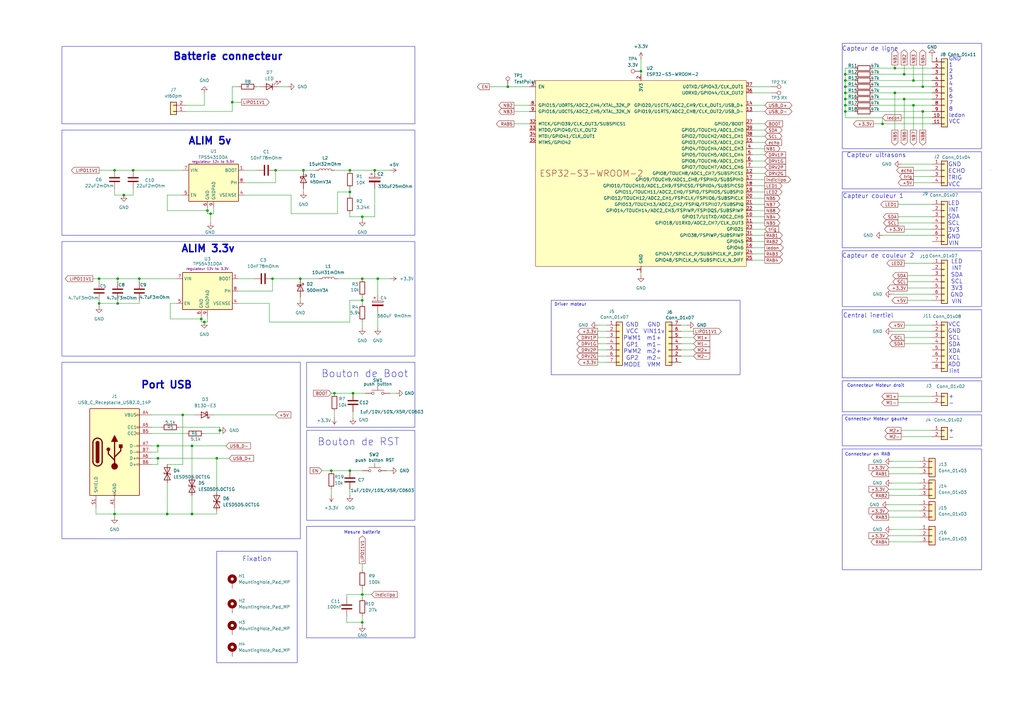
<source format=kicad_sch>
(kicad_sch (version 20250114) (generator "eeschema") (generator_version "9.0")
  (paper "A3")
  (lib_symbols
    (symbol "Connector:TestPoint" (pin_numbers (hide yes)) (pin_names (offset 0.762) (hide yes))
      (property "Reference" "TP" (at 0 6.858 0))
      (property "Value" "TestPoint" (at 0 5.08 0))
      (symbol "TestPoint_1_1"
        (pin passive line (at 0 0 90) (length 2.54) (name "1") (number "1"))
      )
    )
    (symbol "Connector:USB_C_Receptacle_USB2.0_14P" (pin_names (offset 1.016))
      (property "Reference" "J" (at 0 22.225 0))
      (property "Value" "USB_C_Receptacle_USB2.0_14P" (at 0 19.685 0))
      (symbol "USB_C_Receptacle_USB2.0_14P_1_1"
        (pin passive line (at -7.62 -22.86 90) (length 5.08) (name "SHIELD") (number "S1"))
        (pin passive line (at 0 -22.86 90) (length 5.08) (name "GND") (number "A1"))
        (pin passive line (at 0 -22.86 90) (length 5.08) (hide yes) (name "GND") (number "A12"))
        (pin passive line (at 0 -22.86 90) (length 5.08) (hide yes) (name "GND") (number "B1"))
        (pin passive line (at 0 -22.86 90) (length 5.08) (hide yes) (name "GND") (number "B12"))
        (pin passive line (at 15.24 15.24 180) (length 5.08) (name "VBUS") (number "A4"))
        (pin passive line (at 15.24 15.24 180) (length 5.08) (hide yes) (name "VBUS") (number "A9"))
        (pin passive line (at 15.24 15.24 180) (length 5.08) (hide yes) (name "VBUS") (number "B4"))
        (pin passive line (at 15.24 15.24 180) (length 5.08) (hide yes) (name "VBUS") (number "B9"))
        (pin bidirectional line (at 15.24 10.16 180) (length 5.08) (name "CC1") (number "A5"))
        (pin bidirectional line (at 15.24 7.62 180) (length 5.08) (name "CC2") (number "B5"))
        (pin bidirectional line (at 15.24 2.54 180) (length 5.08) (name "D-") (number "A7"))
        (pin bidirectional line (at 15.24 0 180) (length 5.08) (name "D-") (number "B7"))
        (pin bidirectional line (at 15.24 -2.54 180) (length 5.08) (name "D+") (number "A6"))
        (pin bidirectional line (at 15.24 -5.08 180) (length 5.08) (name "D+") (number "B6"))
      )
    )
    (symbol "Connector_Generic:Conn_01x02" (pin_names (offset 1.016) (hide yes))
      (property "Reference" "J" (at 0 2.54 0))
      (property "Value" "Conn_01x02" (at 0 -5.08 0))
      (symbol "Conn_01x02_1_1"
        (pin passive line (at -5.08 0 0) (length 3.81) (name "Pin_1") (number "1"))
        (pin passive line (at -5.08 -2.54 0) (length 3.81) (name "Pin_2") (number "2"))
      )
    )
    (symbol "Connector_Generic:Conn_01x03" (pin_names (offset 1.016) (hide yes))
      (property "Reference" "J" (at 0 5.08 0))
      (property "Value" "Conn_01x03" (at 0 -5.08 0))
      (symbol "Conn_01x03_1_1"
        (pin passive line (at -5.08 2.54 0) (length 3.81) (name "Pin_1") (number "1"))
        (pin passive line (at -5.08 0 0) (length 3.81) (name "Pin_2") (number "2"))
        (pin passive line (at -5.08 -2.54 0) (length 3.81) (name "Pin_3") (number "3"))
      )
    )
    (symbol "Connector_Generic:Conn_01x04" (pin_names (offset 1.016) (hide yes))
      (property "Reference" "J" (at 0 5.08 0))
      (property "Value" "Conn_01x04" (at 0 -7.62 0))
      (symbol "Conn_01x04_1_1"
        (pin passive line (at -5.08 2.54 0) (length 3.81) (name "Pin_1") (number "1"))
        (pin passive line (at -5.08 0 0) (length 3.81) (name "Pin_2") (number "2"))
        (pin passive line (at -5.08 -2.54 0) (length 3.81) (name "Pin_3") (number "3"))
        (pin passive line (at -5.08 -5.08 0) (length 3.81) (name "Pin_4") (number "4"))
      )
    )
    (symbol "Connector_Generic:Conn_01x07" (pin_names (offset 1.016) (hide yes))
      (property "Reference" "J" (at 0 10.16 0))
      (property "Value" "Conn_01x07" (at 0 -10.16 0))
      (symbol "Conn_01x07_1_1"
        (pin passive line (at -5.08 7.62 0) (length 3.81) (name "Pin_1") (number "1"))
        (pin passive line (at -5.08 5.08 0) (length 3.81) (name "Pin_2") (number "2"))
        (pin passive line (at -5.08 2.54 0) (length 3.81) (name "Pin_3") (number "3"))
        (pin passive line (at -5.08 0 0) (length 3.81) (name "Pin_4") (number "4"))
        (pin passive line (at -5.08 -2.54 0) (length 3.81) (name "Pin_5") (number "5"))
        (pin passive line (at -5.08 -5.08 0) (length 3.81) (name "Pin_6") (number "6"))
        (pin passive line (at -5.08 -7.62 0) (length 3.81) (name "Pin_7") (number "7"))
      )
    )
    (symbol "Connector_Generic:Conn_01x08" (pin_names (offset 1.016) (hide yes))
      (property "Reference" "J" (at 0 10.16 0))
      (property "Value" "Conn_01x08" (at 0 -12.7 0))
      (symbol "Conn_01x08_1_1"
        (pin passive line (at -5.08 7.62 0) (length 3.81) (name "Pin_1") (number "1"))
        (pin passive line (at -5.08 5.08 0) (length 3.81) (name "Pin_2") (number "2"))
        (pin passive line (at -5.08 2.54 0) (length 3.81) (name "Pin_3") (number "3"))
        (pin passive line (at -5.08 0 0) (length 3.81) (name "Pin_4") (number "4"))
        (pin passive line (at -5.08 -2.54 0) (length 3.81) (name "Pin_5") (number "5"))
        (pin passive line (at -5.08 -5.08 0) (length 3.81) (name "Pin_6") (number "6"))
        (pin passive line (at -5.08 -7.62 0) (length 3.81) (name "Pin_7") (number "7"))
        (pin passive line (at -5.08 -10.16 0) (length 3.81) (name "Pin_8") (number "8"))
      )
    )
    (symbol "Connector_Generic:Conn_01x11" (pin_names (offset 1.016) (hide yes))
      (property "Reference" "J" (at 0 15.24 0))
      (property "Value" "Conn_01x11" (at 0 -15.24 0))
      (symbol "Conn_01x11_1_1"
        (pin passive line (at -5.08 12.7 0) (length 3.81) (name "Pin_1") (number "1"))
        (pin passive line (at -5.08 10.16 0) (length 3.81) (name "Pin_2") (number "2"))
        (pin passive line (at -5.08 7.62 0) (length 3.81) (name "Pin_3") (number "3"))
        (pin passive line (at -5.08 5.08 0) (length 3.81) (name "Pin_4") (number "4"))
        (pin passive line (at -5.08 2.54 0) (length 3.81) (name "Pin_5") (number "5"))
        (pin passive line (at -5.08 0 0) (length 3.81) (name "Pin_6") (number "6"))
        (pin passive line (at -5.08 -2.54 0) (length 3.81) (name "Pin_7") (number "7"))
        (pin passive line (at -5.08 -5.08 0) (length 3.81) (name "Pin_8") (number "8"))
        (pin passive line (at -5.08 -7.62 0) (length 3.81) (name "Pin_9") (number "9"))
        (pin passive line (at -5.08 -10.16 0) (length 3.81) (name "Pin_10") (number "10"))
        (pin passive line (at -5.08 -12.7 0) (length 3.81) (name "Pin_11") (number "11"))
      )
    )
    (symbol "Device:C" (pin_numbers (hide yes)) (pin_names (offset 0.254))
      (property "Reference" "C" (at 0.635 2.54 0))
      (property "Value" "C" (at 0.635 -2.54 0))
      (symbol "C_1_1"
        (pin passive line (at 0 3.81 270) (length 2.794) (name "~") (number "1"))
        (pin passive line (at 0 -3.81 90) (length 2.794) (name "~") (number "2"))
      )
    )
    (symbol "Device:C_Polarized" (pin_numbers (hide yes)) (pin_names (offset 0.254))
      (property "Reference" "C" (at 0.635 2.54 0))
      (property "Value" "C_Polarized" (at 0.635 -2.54 0))
      (symbol "C_Polarized_1_1"
        (pin passive line (at 0 3.81 270) (length 2.794) (name "~") (number "1"))
        (pin passive line (at 0 -3.81 90) (length 2.794) (name "~") (number "2"))
      )
    )
    (symbol "Device:D_Schottky" (pin_numbers (hide yes)) (pin_names (offset 1.016) (hide yes))
      (property "Reference" "D" (at 0 2.54 0))
      (property "Value" "D_Schottky" (at 0 -2.54 0))
      (symbol "D_Schottky_1_1"
        (pin passive line (at -3.81 0 0) (length 2.54) (name "K") (number "1"))
        (pin passive line (at 3.81 0 180) (length 2.54) (name "A") (number "2"))
      )
    )
    (symbol "Device:D_TVS" (pin_numbers (hide yes)) (pin_names (offset 1.016) (hide yes))
      (property "Reference" "D" (at 0 2.54 0))
      (property "Value" "D_TVS" (at 0 -2.54 0))
      (symbol "D_TVS_1_1"
        (pin passive line (at -3.81 0 0) (length 2.54) (name "A1") (number "1"))
        (pin passive line (at 3.81 0 180) (length 2.54) (name "A2") (number "2"))
      )
    )
    (symbol "Device:L" (pin_numbers (hide yes)) (pin_names (offset 1.016) (hide yes))
      (property "Reference" "L" (at -1.27 0 90))
      (property "Value" "L" (at 1.905 0 90))
      (symbol "L_1_1"
        (pin passive line (at 0 3.81 270) (length 1.27) (name "1") (number "1"))
        (pin passive line (at 0 -3.81 90) (length 1.27) (name "2") (number "2"))
      )
    )
    (symbol "Device:LED" (pin_numbers (hide yes)) (pin_names (offset 1.016) (hide yes))
      (property "Reference" "D" (at 0 2.54 0))
      (property "Value" "LED" (at 0 -2.54 0))
      (symbol "LED_1_1"
        (pin passive line (at -3.81 0 0) (length 2.54) (name "K") (number "1"))
        (pin passive line (at 3.81 0 180) (length 2.54) (name "A") (number "2"))
      )
    )
    (symbol "Device:R" (pin_numbers (hide yes)) (pin_names (offset 0))
      (property "Reference" "R" (at 2.032 0 90))
      (property "Value" "R" (at 0 0 90))
      (symbol "R_1_1"
        (pin passive line (at 0 3.81 270) (length 1.27) (name "~") (number "1"))
        (pin passive line (at 0 -3.81 90) (length 1.27) (name "~") (number "2"))
      )
    )
    (symbol "Diode:B130-E3" (pin_numbers (hide yes)) (pin_names (hide yes))
      (property "Reference" "D" (at 0 2.54 0))
      (property "Value" "B130-E3" (at 0 -2.54 0))
      (symbol "B130-E3_1_1"
        (pin passive line (at -3.81 0 0) (length 2.54) (name "K") (number "1"))
        (pin passive line (at 3.81 0 180) (length 2.54) (name "A") (number "2"))
      )
    )
    (symbol "Mechanical:MountingHole_Pad_MP" (pin_numbers (hide yes)) (pin_names (offset 1.016) (hide yes)) (exclude_from_sim yes) (in_bom no)
      (property "Reference" "H" (at 0 6.35 0))
      (property "Value" "MountingHole_Pad_MP" (at 0 4.445 0))
      (symbol "MountingHole_Pad_MP_1_1"
        (pin input line (at 0 -2.54 90) (length 2.54) (name "MP") (number "MP"))
      )
    )
    (symbol "PCM_Espressif:ESP32-S3-WROOM-2" (pin_names (offset 1.016))
      (property "Reference" "U" (at -43.18 43.18 0))
      (property "Value" "ESP32-S3-WROOM-2" (at -43.18 40.64 0))
      (symbol "ESP32-S3-WROOM-2_0_0"
        (text "ESP32-S3-WROOM-2" (at -20.32 0 0) (effects (font (size 2.54 2.54))))
        (pin input line (at -45.72 35.56 0) (length 2.54) (name "EN") (number "3"))
        (pin bidirectional line (at -45.72 27.94 0) (length 2.54) (name "GPIO15/U0RTS/ADC2_CH4/XTAL_32K_P") (number "8"))
        (pin bidirectional line (at -45.72 25.4 0) (length 2.54) (name "GPIO16/U0CTS/ADC2_CH5/XTAL_32K_N") (number "9"))
        (pin bidirectional line (at -45.72 20.32 0) (length 2.54) (name "MTCK/GPIO39/CLK_OUT3/SUBSPICS1") (number "32"))
        (pin bidirectional line (at -45.72 17.78 0) (length 2.54) (name "MTDO/GPIO40/CLK_OUT2") (number "33"))
        (pin bidirectional line (at -45.72 15.24 0) (length 2.54) (name "MTDI/GPIO41/CLK_OUT1") (number "34"))
        (pin bidirectional line (at -45.72 12.7 0) (length 2.54) (name "MTMS/GPIO42") (number "35"))
        (pin no_connect line (at -43.18 -30.48 0) (length 2.54) (hide yes) (name "NC") (number "30"))
        (pin no_connect line (at -43.18 -33.02 0) (length 2.54) (hide yes) (name "NC") (number "29"))
        (pin no_connect line (at -43.18 -35.56 0) (length 2.54) (hide yes) (name "NC") (number "28"))
        (pin power_in line (at 0 40.64 270) (length 2.54) (name "3V3") (number "2"))
        (pin power_in line (at 0 -40.64 90) (length 2.54) (name "GND") (number "1"))
        (pin passive line (at 0 -40.64 90) (length 2.54) (hide yes) (name "GND") (number "40"))
        (pin passive line (at 0 -40.64 90) (length 2.54) (hide yes) (name "GND") (number "41"))
        (pin bidirectional line (at 45.72 35.56 180) (length 2.54) (name "U0TXD/GPIO43/CLK_OUT1") (number "37"))
        (pin bidirectional line (at 45.72 33.02 180) (length 2.54) (name "U0RXD/GPIO44/CLK_OUT2") (number "36"))
        (pin bidirectional line (at 45.72 27.94 180) (length 2.54) (name "GPIO20/U1CTS/ADC2_CH9/CLK_OUT1/USB_D+") (number "14"))
        (pin bidirectional line (at 45.72 25.4 180) (length 2.54) (name "GPIO19/U1RTS/ADC2_CH8/CLK_OUT2/USB_D-") (number "13"))
        (pin bidirectional line (at 45.72 20.32 180) (length 2.54) (name "GPIO0/BOOT") (number "27"))
        (pin bidirectional line (at 45.72 17.78 180) (length 2.54) (name "GPIO1/TOUCH1/ADC1_CH0") (number "39"))
        (pin bidirectional line (at 45.72 15.24 180) (length 2.54) (name "GPIO2/TOUCH2/ADC1_CH1") (number "38"))
        (pin bidirectional line (at 45.72 12.7 180) (length 2.54) (name "GPIO3/TOUCH3/ADC1_CH2") (number "15"))
        (pin bidirectional line (at 45.72 10.16 180) (length 2.54) (name "GPIO4/TOUCH4/ADC1_CH3") (number "4"))
        (pin bidirectional line (at 45.72 7.62 180) (length 2.54) (name "GPIO5/TOUCH5/ADC1_CH4") (number "5"))
        (pin bidirectional line (at 45.72 5.08 180) (length 2.54) (name "GPIO6/TOUCH6/ADC1_CH5") (number "6"))
        (pin bidirectional line (at 45.72 2.54 180) (length 2.54) (name "GPIO7/TOUCH7/ADC1_CH6") (number "7"))
        (pin bidirectional line (at 45.72 0 180) (length 2.54) (name "GPIO8/TOUCH8/ADC1_CH7/SUBSPICS1") (number "12"))
        (pin bidirectional line (at 45.72 -2.54 180) (length 2.54) (name "GPIO9/TOUCH9/ADC1_CH8/FSPIHD/SUBSPIHD") (number "17"))
        (pin bidirectional line (at 45.72 -5.08 180) (length 2.54) (name "GPIO10/TOUCH10/ADC1_CH9/FSPICS0/FSPIIO4/SUBSPICS0") (number "18"))
        (pin bidirectional line (at 45.72 -7.62 180) (length 2.54) (name "GPIO11/TOUCH11/ADC2_CH0/FSPID/FSPIIO5/SUBSPID") (number "19"))
        (pin bidirectional line (at 45.72 -10.16 180) (length 2.54) (name "GPIO12/TOUCH12/ADC2_CH1/FSPICLK/FSPIIO6/SUBSPICLK") (number "20"))
        (pin bidirectional line (at 45.72 -12.7 180) (length 2.54) (name "GPIO13/TOUCH13/ADC2_CH2/FSPIQ/FSPIIO7/SUBSPIQ") (number "21"))
        (pin bidirectional line (at 45.72 -15.24 180) (length 2.54) (name "GPIO14/TOUCH14/ADC2_CH3/FSPIWP/FSPIDQS/SUBSPIWP") (number "22"))
        (pin bidirectional line (at 45.72 -17.78 180) (length 2.54) (name "GPIO17/U1TXD/ADC2_CH6") (number "10"))
        (pin bidirectional line (at 45.72 -20.32 180) (length 2.54) (name "GPIO18/U1RXD/ADC2_CH7/CLK_OUT3") (number "11"))
        (pin bidirectional line (at 45.72 -22.86 180) (length 2.54) (name "GPIO21") (number "23"))
        (pin bidirectional line (at 45.72 -25.4 180) (length 2.54) (name "GPIO38/FSPIWP/SUBSPIWP") (number "31"))
        (pin bidirectional line (at 45.72 -27.94 180) (length 2.54) (name "GPIO45") (number "26"))
        (pin bidirectional line (at 45.72 -30.48 180) (length 2.54) (name "GPIO46") (number "16"))
        (pin bidirectional line (at 45.72 -33.02 180) (length 2.54) (name "GPIO47/SPICLK_P/SUBSPICLK_P_DIFF") (number "24"))
        (pin bidirectional line (at 45.72 -35.56 180) (length 2.54) (name "GPIO48/SPICLK_N/SUBSPICLK_N_DIFF") (number "25"))
      )
    )
    (symbol "Regulator_Switching:TPS5431DDA"
      (property "Reference" "U" (at -10.16 8.89 0))
      (property "Value" "TPS5431DDA" (at -1.27 8.89 0))
      (symbol "TPS5431DDA_1_1"
        (pin power_in line (at -12.7 5.08 0) (length 2.54) (name "VIN") (number "7"))
        (pin input line (at -12.7 -5.08 0) (length 2.54) (name "EN") (number "5"))
        (pin no_connect line (at -10.16 2.54 0) (length 2.54) (hide yes) (name "NC") (number "2"))
        (pin no_connect line (at -10.16 -2.54 0) (length 2.54) (hide yes) (name "NC") (number "3"))
        (pin power_in line (at -2.54 -10.16 90) (length 2.54) (name "GND") (number "6"))
        (pin power_in line (at 0 -10.16 90) (length 2.54) (name "GNDPAD") (number "9"))
        (pin input line (at 12.7 5.08 180) (length 2.54) (name "BOOT") (number "1"))
        (pin output line (at 12.7 0 180) (length 2.54) (name "PH") (number "8"))
        (pin input line (at 12.7 -5.08 180) (length 2.54) (name "VSENSE") (number "4"))
      )
    )
    (symbol "Switch:SW_Push" (pin_numbers (hide yes)) (pin_names (offset 1.016) (hide yes))
      (property "Reference" "SW" (at 1.27 2.54 0))
      (property "Value" "SW_Push" (at 0 -1.524 0))
      (symbol "SW_Push_0_1"
        (pin passive line (at -5.08 0 0) (length 2.54) (name "1") (number "1"))
        (pin passive line (at 5.08 0 180) (length 2.54) (name "2") (number "2"))
      )
    )
    (symbol "power:+3.3V" (power) (pin_numbers (hide yes)) (pin_names (offset 0) (hide yes))
      (property "Value" "+3.3V" (at 0 3.556 0))
      (symbol "+3.3V_1_1"
        (pin power_in line (at 0 0 90) (length 0) (name "~") (number "1"))
      )
    )
    (symbol "power:+5V" (power) (pin_numbers (hide yes)) (pin_names (offset 0) (hide yes))
      (property "Value" "+5V" (at 0 3.556 0))
      (symbol "+5V_1_1"
        (pin power_in line (at 0 0 90) (length 0) (name "~") (number "1"))
      )
    )
    (symbol "power:GND" (power) (pin_numbers (hide yes)) (pin_names (offset 0) (hide yes))
      (property "Value" "GND" (at 0 -3.81 0))
      (symbol "GND_1_1"
        (pin power_in line (at 0 0 270) (length 0) (name "~") (number "1"))
      )
    )
  )
  (rectangle (start 25.4 19.05) (end 170.18 50.8))
  (rectangle (start 125.73 148.59) (end 170.18 175.26))
  (rectangle (start 88.9 226.06) (end 121.92 271.78))
  (rectangle (start 226.06 123.19) (end 303.53 153.67))
  (rectangle (start 406.4 69.85) (end 406.4 69.85))
  (rectangle (start 125.73 215.9) (end 170.18 261.62))
  (rectangle (start 345.44 156.21) (end 402.59 168.91))
  (rectangle (start 25.4 53.34) (end 170.18 96.52))
  (rectangle (start 345.44 62.23) (end 402.59 77.47))
  (rectangle (start 345.44 78.74) (end 402.59 101.6))
  (rectangle (start 25.4 99.06) (end 170.18 146.05))
  (rectangle (start 125.73 176.53) (end 170.18 213.36))
  (rectangle (start 345.44 127) (end 402.59 154.94))
  (rectangle (start 345.44 184.15) (end 402.59 233.68))
  (rectangle (start 25.4 148.59) (end 123.19 220.98))
  (rectangle (start 345.44 17.78) (end 402.59 60.96))
  (rectangle (start 345.44 102.87) (end 402.59 125.73))
  (rectangle (start 345.44 170.18) (end 402.59 182.88))
  (rectangle (start 387.35 128.27) (end 387.35 128.27))
  (text "GND\nECHO\nTRIG\nVCC" (at 388.874 71.628 0) (effects (font (size 1.7 1.7)) (justify left)))
  (text "Batterie connecteur\n\n" (at 93.472 25.654 0) (effects (font (size 3 3) (thickness 0.6) (bold yes))))
  (text "Capteur couleur 1\n" (at 358.14 80.518 0) (effects (font (size 1.8 1.8))))
  (text "Driver moteur" (at 233.934 124.968 0) (effects (font (size 1.27 1.27))))
  (text "ALIM 3.3v" (at 85.344 102.108 0) (effects (font (size 3 3) (thickness 0.6) (bold yes))))
  (text "Bouton de Boot\n" (at 149.606 153.416 0) (effects (font (size 3 3))))
  (text "+\n-" (at 390.144 164.084 0) (effects (font (size 1.7 1.7))))
  (text "LED\nINT\nSDA\nSCL\n3V3\nGND\nVIN" (at 391.16 91.694 0) (effects (font (size 1.7 1.7))))
  (text "Connecteur Moteur droit\n" (at 359.156 158.242 0) (effects (font (size 1.27 1.27))))
  (text "Connecteur Moteur gauche" (at 359.41 171.958 0) (effects (font (size 1.27 1.27))))
  (text "GND\n1\n2\n3\n4\n5\n6\n7\n8\nledon\nVCC" (at 389.128 37.084 0) (effects (font (size 1.6 1.6)) (justify left)))
  (text "Capteur de couleur 2\n\n" (at 360.172 106.426 0) (effects (font (size 1.8 1.8))))
  (text "+\n-" (at 390.144 178.054 0) (effects (font (size 1.7 1.7))))
  (text "Fixation \n" (at 106.172 229.362 0) (effects (font (size 2 2))))
  (text "Capteur de ligne\n" (at 356.87 20.066 0) (effects (font (size 1.8 1.8))))
  (text "Capteur ultrasons" (at 359.41 63.754 0) (effects (font (size 1.8 1.8))))
  (text "Mesure batterie" (at 148.59 218.44 0) (effects (font (size 1.27 1.27))))
  (text "VCC\nGND\nSCL\nSDA\nXDA\nXCL\nADO\nIint" (at 391.414 142.748 0) (effects (font (size 1.7 1.7))))
  (text "GND\nVCC\nPWM1\nGP1\nPWM2\nGP2\nMODE\n" (at 259.334 141.478 0) (effects (font (size 1.7 1.7))))
  (text "Central inertiel\n" (at 356.108 129.54 0) (effects (font (size 1.8 1.8))))
  (text "Bouton de RST" (at 147.066 181.356 0) (effects (font (size 3 3))))
  (text "Connecteur en RAB" (at 355.854 186.436 0) (effects (font (size 1.27 1.27))))
  (text "GND\nVIN11v\nm1+\nm1-\nm2+\nm2-\nVMM" (at 268.224 141.478 0) (effects (font (size 1.7 1.7))))
  (text "ALIM 5v" (at 86.106 57.912 0) (effects (font (size 3 3) (thickness 0.6) (bold yes))))
  (text "LED\nINT\nSDA\nSCL\n3V3\nGND\nVIN" (at 392.43 115.57 0) (effects (font (size 1.7 1.7))))
  (text "Port USB\n" (at 68.326 157.988 0) (effects (font (size 3 3) (thickness 0.6) (bold yes))))
  (junction (at 64.77 182.88))
  (junction (at 40.64 114.3))
  (junction (at 208.28 35.56))
  (junction (at 153.67 69.85))
  (junction (at 346.71 33.02))
  (junction (at 378.46 35.56))
  (junction (at 135.89 193.04))
  (junction (at 374.65 43.18))
  (junction (at 370.84 40.64))
  (junction (at 148.59 88.9))
  (junction (at 50.8 80.01))
  (junction (at 143.51 193.04))
  (junction (at 378.46 45.72))
  (junction (at 154.94 114.3))
  (junction (at 83.82 132.08))
  (junction (at 74.93 170.18))
  (junction (at 346.71 38.1))
  (junction (at 48.26 114.3))
  (junction (at 346.71 45.72))
  (junction (at 46.99 69.85))
  (junction (at 144.78 161.29))
  (junction (at 123.19 114.3))
  (junction (at 143.51 69.85))
  (junction (at 367.03 27.94))
  (junction (at 262.89 29.21))
  (junction (at 148.59 114.3))
  (junction (at 113.03 69.85))
  (junction (at 346.71 30.48))
  (junction (at 143.51 78.74))
  (junction (at 46.99 210.82))
  (junction (at 48.26 124.46))
  (junction (at 57.15 114.3))
  (junction (at 111.76 114.3))
  (junction (at 148.59 243.84))
  (junction (at 346.71 40.64))
  (junction (at 148.59 123.19))
  (junction (at 148.59 255.27))
  (junction (at 86.36 87.63))
  (junction (at 95.25 41.91))
  (junction (at 68.58 210.82))
  (junction (at 40.64 124.46))
  (junction (at 124.46 69.85))
  (junction (at 137.16 161.29))
  (junction (at 90.17 176.53))
  (junction (at 85.09 86.36))
  (junction (at 64.77 187.96))
  (junction (at 361.95 50.8))
  (junction (at 78.74 210.82))
  (junction (at 346.71 35.56))
  (junction (at 88.9 187.96))
  (junction (at 370.84 30.48))
  (junction (at 78.74 182.88))
  (junction (at 54.61 69.85))
  (junction (at 346.71 43.18))
  (junction (at 82.55 130.81))
  (junction (at 367.03 38.1))
  (junction (at 374.65 33.02))
  (wire (pts (xy 279.4 133.35) (xy 281.94 133.35)))
  (wire (pts (xy 143.51 123.19) (xy 143.51 132.08)))
  (wire (pts (xy 374.65 74.93) (xy 382.27 74.93)))
  (wire (pts (xy 374.65 43.18) (xy 382.27 43.18)))
  (wire (pts (xy 308.61 60.96) (xy 313.69 60.96)))
  (wire (pts (xy 374.65 26.67) (xy 374.65 33.02)))
  (wire (pts (xy 88.9 210.82) (xy 78.74 210.82)))
  (wire (pts (xy 48.26 114.3) (xy 48.26 115.57)))
  (wire (pts (xy 39.37 210.82) (xy 46.99 210.82)))
  (wire (pts (xy 382.27 22.86) (xy 382.27 25.4)))
  (wire (pts (xy 40.64 114.3) (xy 48.26 114.3)))
  (wire (pts (xy 148.59 132.08) (xy 148.59 134.62)))
  (wire (pts (xy 370.84 40.64) (xy 382.27 40.64)))
  (wire (pts (xy 85.09 132.08) (xy 83.82 132.08)))
  (wire (pts (xy 279.4 140.97) (xy 284.48 140.97)))
  (wire (pts (xy 308.61 104.14) (xy 313.69 104.14)))
  (wire (pts (xy 78.74 210.82) (xy 68.58 210.82)))
  (wire (pts (xy 95.25 41.91) (xy 99.06 41.91)))
  (wire (pts (xy 64.77 190.5) (xy 64.77 187.96)))
  (wire (pts (xy 350.52 35.56) (xy 346.71 35.56)))
  (wire (pts (xy 361.95 50.8) (xy 382.27 50.8)))
  (wire (pts (xy 370.84 133.35) (xy 382.27 133.35)))
  (wire (pts (xy 160.02 161.29) (xy 162.56 161.29)))
  (wire (pts (xy 62.23 182.88) (xy 64.77 182.88)))
  (wire (pts (xy 308.61 106.68) (xy 313.69 106.68)))
  (wire (pts (xy 64.77 187.96) (xy 88.9 187.96)))
  (wire (pts (xy 308.61 83.82) (xy 313.69 83.82)))
  (wire (pts (xy 87.63 87.63) (xy 86.36 87.63)))
  (wire (pts (xy 90.17 175.26) (xy 90.17 176.53)))
  (wire (pts (xy 350.52 38.1) (xy 346.71 38.1)))
  (wire (pts (xy 368.3 91.44) (xy 382.27 91.44)))
  (wire (pts (xy 245.11 146.05) (xy 248.92 146.05)))
  (wire (pts (xy 40.64 114.3) (xy 40.64 115.57)))
  (wire (pts (xy 86.36 91.44) (xy 86.36 87.63)))
  (wire (pts (xy 153.67 77.47) (xy 153.67 88.9)))
  (wire (pts (xy 367.03 26.67) (xy 367.03 27.94)))
  (wire (pts (xy 308.61 53.34) (xy 313.69 53.34)))
  (wire (pts (xy 365.76 189.23) (xy 377.19 189.23)))
  (wire (pts (xy 308.61 38.1) (xy 316.23 38.1)))
  (wire (pts (xy 113.03 69.85) (xy 124.46 69.85)))
  (wire (pts (xy 80.01 170.18) (xy 74.93 170.18)))
  (wire (pts (xy 372.11 123.19) (xy 382.27 123.19)))
  (wire (pts (xy 148.59 243.84) (xy 152.4 243.84)))
  (wire (pts (xy 143.51 87.63) (xy 143.51 88.9)))
  (wire (pts (xy 97.79 35.56) (xy 95.25 35.56)))
  (wire (pts (xy 123.19 121.92) (xy 123.19 123.19)))
  (wire (pts (xy 148.59 88.9) (xy 148.59 90.17)))
  (wire (pts (xy 358.14 27.94) (xy 367.03 27.94)))
  (wire (pts (xy 308.61 73.66) (xy 313.69 73.66)))
  (wire (pts (xy 350.52 43.18) (xy 346.71 43.18)))
  (wire (pts (xy 358.14 38.1) (xy 367.03 38.1)))
  (wire (pts (xy 200.66 35.56) (xy 208.28 35.56)))
  (wire (pts (xy 62.23 190.5) (xy 64.77 190.5)))
  (wire (pts (xy 378.46 35.56) (xy 382.27 35.56)))
  (wire (pts (xy 143.51 77.47) (xy 143.51 78.74)))
  (wire (pts (xy 100.33 80.01) (xy 119.38 80.01)))
  (wire (pts (xy 365.76 120.65) (xy 382.27 120.65)))
  (wire (pts (xy 142.24 245.11) (xy 142.24 243.84)))
  (wire (pts (xy 64.77 182.88) (xy 78.74 182.88)))
  (wire (pts (xy 358.14 30.48) (xy 370.84 30.48)))
  (wire (pts (xy 308.61 101.6) (xy 313.69 101.6)))
  (wire (pts (xy 374.65 33.02) (xy 382.27 33.02)))
  (wire (pts (xy 365.76 135.89) (xy 382.27 135.89)))
  (wire (pts (xy 369.57 176.53) (xy 382.27 176.53)))
  (wire (pts (xy 85.09 87.63) (xy 86.36 87.63)))
  (wire (pts (xy 245.11 143.51) (xy 248.92 143.51)))
  (wire (pts (xy 68.58 198.12) (xy 68.58 210.82)))
  (wire (pts (xy 57.15 123.19) (xy 57.15 124.46)))
  (wire (pts (xy 57.15 124.46) (xy 48.26 124.46)))
  (wire (pts (xy 364.49 219.71) (xy 377.19 219.71)))
  (wire (pts (xy 358.14 45.72) (xy 378.46 45.72)))
  (wire (pts (xy 364.49 207.01) (xy 377.19 207.01)))
  (wire (pts (xy 350.52 27.94) (xy 346.71 27.94)))
  (wire (pts (xy 143.51 200.66) (xy 143.51 203.2)))
  (wire (pts (xy 76.2 45.72) (xy 95.25 45.72)))
  (wire (pts (xy 132.08 193.04) (xy 135.89 193.04)))
  (wire (pts (xy 85.09 85.09) (xy 85.09 86.36)))
  (wire (pts (xy 245.11 135.89) (xy 248.92 135.89)))
  (wire (pts (xy 370.84 26.67) (xy 370.84 30.48)))
  (wire (pts (xy 90.17 177.8) (xy 90.17 176.53)))
  (wire (pts (xy 364.49 212.09) (xy 377.19 212.09)))
  (wire (pts (xy 114.3 35.56) (xy 118.11 35.56)))
  (wire (pts (xy 78.74 182.88) (xy 78.74 195.58)))
  (wire (pts (xy 95.25 35.56) (xy 95.25 41.91)))
  (wire (pts (xy 135.89 200.66) (xy 135.89 203.2)))
  (wire (pts (xy 308.61 93.98) (xy 313.69 93.98)))
  (wire (pts (xy 69.85 124.46) (xy 69.85 130.81)))
  (wire (pts (xy 308.61 88.9) (xy 313.69 88.9)))
  (wire (pts (xy 346.71 45.72) (xy 350.52 45.72)))
  (wire (pts (xy 137.16 161.29) (xy 144.78 161.29)))
  (wire (pts (xy 308.61 86.36) (xy 313.69 86.36)))
  (wire (pts (xy 62.23 177.8) (xy 76.2 177.8)))
  (wire (pts (xy 374.65 69.85) (xy 382.27 69.85)))
  (wire (pts (xy 358.14 40.64) (xy 370.84 40.64)))
  (wire (pts (xy 144.78 168.91) (xy 144.78 171.45)))
  (wire (pts (xy 308.61 96.52) (xy 313.69 96.52)))
  (wire (pts (xy 124.46 77.47) (xy 124.46 78.74)))
  (wire (pts (xy 68.58 80.01) (xy 68.58 86.36)))
  (wire (pts (xy 148.59 88.9) (xy 143.51 88.9)))
  (wire (pts (xy 364.49 209.55) (xy 377.19 209.55)))
  (wire (pts (xy 154.94 114.3) (xy 160.02 114.3)))
  (wire (pts (xy 367.03 38.1) (xy 367.03 53.34)))
  (wire (pts (xy 137.16 168.91) (xy 137.16 171.45)))
  (wire (pts (xy 110.49 132.08) (xy 143.51 132.08)))
  (wire (pts (xy 350.52 40.64) (xy 346.71 40.64)))
  (wire (pts (xy 368.3 88.9) (xy 382.27 88.9)))
  (wire (pts (xy 57.15 114.3) (xy 57.15 115.57)))
  (wire (pts (xy 82.55 132.08) (xy 82.55 130.81)))
  (wire (pts (xy 97.79 114.3) (xy 104.14 114.3)))
  (wire (pts (xy 46.99 208.28) (xy 46.99 210.82)))
  (wire (pts (xy 74.93 190.5) (xy 74.93 170.18)))
  (wire (pts (xy 40.64 124.46) (xy 48.26 124.46)))
  (wire (pts (xy 48.26 114.3) (xy 57.15 114.3)))
  (wire (pts (xy 346.71 33.02) (xy 346.71 35.56)))
  (wire (pts (xy 40.64 124.46) (xy 40.64 125.73)))
  (wire (pts (xy 78.74 203.2) (xy 78.74 210.82)))
  (wire (pts (xy 364.49 203.2) (xy 377.19 203.2)))
  (wire (pts (xy 370.84 30.48) (xy 382.27 30.48)))
  (wire (pts (xy 262.89 24.13) (xy 262.89 29.21)))
  (wire (pts (xy 358.14 50.8) (xy 361.95 50.8)))
  (wire (pts (xy 40.64 123.19) (xy 40.64 124.46)))
  (wire (pts (xy 368.3 83.82) (xy 382.27 83.82)))
  (wire (pts (xy 308.61 78.74) (xy 313.69 78.74)))
  (wire (pts (xy 82.55 130.81) (xy 82.55 129.54)))
  (wire (pts (xy 46.99 210.82) (xy 46.99 212.09)))
  (wire (pts (xy 62.23 187.96) (xy 64.77 187.96)))
  (wire (pts (xy 308.61 91.44) (xy 313.69 91.44)))
  (wire (pts (xy 346.71 43.18) (xy 346.71 45.72)))
  (wire (pts (xy 148.59 123.19) (xy 148.59 124.46)))
  (wire (pts (xy 69.85 130.81) (xy 82.55 130.81)))
  (wire (pts (xy 39.37 208.28) (xy 39.37 210.82)))
  (wire (pts (xy 369.57 48.26) (xy 382.27 48.26)))
  (wire (pts (xy 68.58 210.82) (xy 46.99 210.82)))
  (wire (pts (xy 110.49 124.46) (xy 110.49 132.08)))
  (wire (pts (xy 88.9 201.93) (xy 88.9 187.96)))
  (wire (pts (xy 97.79 124.46) (xy 110.49 124.46)))
  (wire (pts (xy 245.11 140.97) (xy 248.92 140.97)))
  (wire (pts (xy 153.67 69.85) (xy 160.02 69.85)))
  (wire (pts (xy 148.59 121.92) (xy 148.59 123.19)))
  (wire (pts (xy 358.14 35.56) (xy 378.46 35.56)))
  (wire (pts (xy 68.58 86.36) (xy 85.09 86.36)))
  (wire (pts (xy 154.94 128.27) (xy 154.94 134.62)))
  (wire (pts (xy 262.89 111.76) (xy 262.89 113.03)))
  (wire (pts (xy 135.89 161.29) (xy 137.16 161.29)))
  (wire (pts (xy 142.24 243.84) (xy 148.59 243.84)))
  (wire (pts (xy 46.99 80.01) (xy 50.8 80.01)))
  (wire (pts (xy 88.9 209.55) (xy 88.9 210.82)))
  (wire (pts (xy 148.59 252.73) (xy 148.59 255.27)))
  (wire (pts (xy 135.89 193.04) (xy 143.51 193.04)))
  (wire (pts (xy 378.46 53.34) (xy 378.46 45.72)))
  (wire (pts (xy 279.4 138.43) (xy 284.48 138.43)))
  (wire (pts (xy 365.76 198.12) (xy 377.19 198.12)))
  (wire (pts (xy 364.49 200.66) (xy 377.19 200.66)))
  (wire (pts (xy 369.57 179.07) (xy 382.27 179.07)))
  (wire (pts (xy 369.57 67.31) (xy 382.27 67.31)))
  (wire (pts (xy 361.95 50.8) (xy 361.95 48.26)))
  (wire (pts (xy 123.19 114.3) (xy 130.81 114.3)))
  (wire (pts (xy 378.46 26.67) (xy 378.46 35.56)))
  (wire (pts (xy 346.71 40.64) (xy 346.71 43.18)))
  (wire (pts (xy 46.99 69.85) (xy 54.61 69.85)))
  (wire (pts (xy 100.33 69.85) (xy 105.41 69.85)))
  (wire (pts (xy 367.03 38.1) (xy 382.27 38.1)))
  (wire (pts (xy 346.71 27.94) (xy 346.71 30.48)))
  (wire (pts (xy 69.85 124.46) (xy 72.39 124.46)))
  (wire (pts (xy 308.61 63.5) (xy 313.69 63.5)))
  (wire (pts (xy 83.82 43.18) (xy 76.2 43.18)))
  (wire (pts (xy 148.59 241.3) (xy 148.59 243.84)))
  (wire (pts (xy 83.82 177.8) (xy 90.17 177.8)))
  (wire (pts (xy 308.61 71.12) (xy 313.69 71.12)))
  (wire (pts (xy 346.71 30.48) (xy 346.71 33.02)))
  (wire (pts (xy 38.1 114.3) (xy 40.64 114.3)))
  (wire (pts (xy 378.46 45.72) (xy 382.27 45.72)))
  (wire (pts (xy 143.51 78.74) (xy 143.51 80.01)))
  (wire (pts (xy 364.49 222.25) (xy 377.19 222.25)))
  (wire (pts (xy 370.84 93.98) (xy 382.27 93.98)))
  (wire (pts (xy 372.11 118.11) (xy 382.27 118.11)))
  (wire (pts (xy 210.82 50.8) (xy 217.17 50.8)))
  (wire (pts (xy 308.61 66.04) (xy 313.69 66.04)))
  (wire (pts (xy 50.8 80.01) (xy 54.61 80.01)))
  (wire (pts (xy 142.24 255.27) (xy 148.59 255.27)))
  (wire (pts (xy 361.95 96.52) (xy 382.27 96.52)))
  (wire (pts (xy 88.9 187.96) (xy 93.98 187.96)))
  (wire (pts (xy 68.58 80.01) (xy 74.93 80.01)))
  (wire (pts (xy 308.61 50.8) (xy 313.69 50.8)))
  (wire (pts (xy 124.46 69.85) (xy 129.54 69.85)))
  (wire (pts (xy 346.71 38.1) (xy 346.71 40.64)))
  (wire (pts (xy 106.68 35.56) (xy 105.41 35.56)))
  (wire (pts (xy 308.61 35.56) (xy 316.23 35.56)))
  (wire (pts (xy 372.11 115.57) (xy 382.27 115.57)))
  (wire (pts (xy 370.84 107.95) (xy 382.27 107.95)))
  (wire (pts (xy 111.76 119.38) (xy 111.76 114.3)))
  (wire (pts (xy 113.03 170.18) (xy 87.63 170.18)))
  (wire (pts (xy 308.61 99.06) (xy 313.69 99.06)))
  (wire (pts (xy 119.38 87.63) (xy 138.43 87.63)))
  (wire (pts (xy 308.61 58.42) (xy 313.69 58.42)))
  (wire (pts (xy 374.65 72.39) (xy 382.27 72.39)))
  (wire (pts (xy 85.09 86.36) (xy 85.09 87.63)))
  (wire (pts (xy 144.78 161.29) (xy 149.86 161.29)))
  (wire (pts (xy 350.52 30.48) (xy 346.71 30.48)))
  (wire (pts (xy 97.79 119.38) (xy 111.76 119.38)))
  (wire (pts (xy 62.23 185.42) (xy 64.77 185.42)))
  (wire (pts (xy 350.52 33.02) (xy 346.71 33.02)))
  (wire (pts (xy 83.82 38.1) (xy 83.82 43.18)))
  (wire (pts (xy 85.09 129.54) (xy 85.09 132.08)))
  (wire (pts (xy 308.61 76.2) (xy 313.69 76.2)))
  (wire (pts (xy 148.59 243.84) (xy 148.59 245.11)))
  (wire (pts (xy 346.71 35.56) (xy 346.71 38.1)))
  (wire (pts (xy 138.43 87.63) (xy 138.43 78.74)))
  (wire (pts (xy 367.03 27.94) (xy 382.27 27.94)))
  (wire (pts (xy 142.24 252.73) (xy 142.24 255.27)))
  (wire (pts (xy 210.82 43.18) (xy 217.17 43.18)))
  (wire (pts (xy 78.74 182.88) (xy 92.71 182.88)))
  (wire (pts (xy 374.65 43.18) (xy 374.65 53.34)))
  (wire (pts (xy 46.99 77.47) (xy 46.99 80.01)))
  (wire (pts (xy 262.89 29.21) (xy 262.89 30.48)))
  (wire (pts (xy 143.51 123.19) (xy 148.59 123.19)))
  (wire (pts (xy 57.15 114.3) (xy 72.39 114.3)))
  (wire (pts (xy 346.71 48.26) (xy 361.95 48.26)))
  (wire (pts (xy 370.84 140.97) (xy 382.27 140.97)))
  (wire (pts (xy 148.59 231.14) (xy 148.59 233.68)))
  (wire (pts (xy 208.28 35.56) (xy 217.17 35.56)))
  (wire (pts (xy 308.61 45.72) (xy 313.69 45.72)))
  (wire (pts (xy 54.61 77.47) (xy 54.61 80.01)))
  (wire (pts (xy 245.11 133.35) (xy 248.92 133.35)))
  (wire (pts (xy 119.38 80.01) (xy 119.38 87.63)))
  (wire (pts (xy 308.61 68.58) (xy 313.69 68.58)))
  (wire (pts (xy 48.26 124.46) (xy 48.26 123.19)))
  (wire (pts (xy 95.25 41.91) (xy 95.25 45.72)))
  (wire (pts (xy 308.61 55.88) (xy 313.69 55.88)))
  (wire (pts (xy 148.59 255.27) (xy 148.59 256.54)))
  (wire (pts (xy 143.51 193.04) (xy 148.59 193.04)))
  (wire (pts (xy 64.77 185.42) (xy 64.77 182.88)))
  (wire (pts (xy 74.93 170.18) (xy 62.23 170.18)))
  (wire (pts (xy 158.75 193.04) (xy 160.02 193.04)))
  (wire (pts (xy 368.3 165.1) (xy 382.27 165.1)))
  (wire (pts (xy 113.03 74.93) (xy 113.03 69.85)))
  (wire (pts (xy 279.4 146.05) (xy 284.48 146.05)))
  (wire (pts (xy 54.61 69.85) (xy 74.93 69.85)))
  (wire (pts (xy 143.51 69.85) (xy 153.67 69.85)))
  (wire (pts (xy 358.14 33.02) (xy 374.65 33.02)))
  (wire (pts (xy 138.43 114.3) (xy 148.59 114.3)))
  (wire (pts (xy 137.16 69.85) (xy 143.51 69.85)))
  (wire (pts (xy 245.11 148.59) (xy 248.92 148.59)))
  (wire (pts (xy 100.33 74.93) (xy 113.03 74.93)))
  (wire (pts (xy 308.61 43.18) (xy 313.69 43.18)))
  (wire (pts (xy 358.14 43.18) (xy 374.65 43.18)))
  (wire (pts (xy 40.64 69.85) (xy 46.99 69.85)))
  (wire (pts (xy 148.59 88.9) (xy 153.67 88.9)))
  (wire (pts (xy 68.58 190.5) (xy 74.93 190.5)))
  (wire (pts (xy 111.76 114.3) (xy 123.19 114.3)))
  (wire (pts (xy 73.66 175.26) (xy 90.17 175.26)))
  (wire (pts (xy 87.63 85.09) (xy 87.63 87.63)))
  (wire (pts (xy 364.49 194.31) (xy 377.19 194.31)))
  (wire (pts (xy 279.4 135.89) (xy 284.48 135.89)))
  (wire (pts (xy 138.43 78.74) (xy 143.51 78.74)))
  (wire (pts (xy 372.11 113.03) (xy 382.27 113.03)))
  (wire (pts (xy 62.23 175.26) (xy 66.04 175.26)))
  (wire (pts (xy 368.3 162.56) (xy 382.27 162.56)))
  (wire (pts (xy 364.49 191.77) (xy 377.19 191.77)))
  (wire (pts (xy 370.84 138.43) (xy 382.27 138.43)))
  (wire (pts (xy 83.82 132.08) (xy 82.55 132.08)))
  (wire (pts (xy 346.71 45.72) (xy 346.71 48.26)))
  (wire (pts (xy 279.4 143.51) (xy 284.48 143.51)))
  (wire (pts (xy 365.76 217.17) (xy 377.19 217.17)))
  (wire (pts (xy 245.11 138.43) (xy 248.92 138.43)))
  (wire (pts (xy 308.61 81.28) (xy 313.69 81.28)))
  (wire (pts (xy 148.59 114.3) (xy 154.94 114.3)))
  (wire (pts (xy 370.84 40.64) (xy 370.84 53.34)))
  (wire (pts (xy 154.94 120.65) (xy 154.94 114.3)))
  (wire (pts (xy 210.82 45.72) (xy 217.17 45.72)))
  (global_label "ledon" (shape output) (at 369.57 48.26 180) (property "Intersheetrefs" "${INTERSHEET_REFS}" (effects (hide yes))))
  (global_label "DRV2P" (shape input) (at 313.69 68.58 0) (property "Intersheetrefs" "${INTERSHEET_REFS}" (effects (hide yes))))
  (global_label "LIPO11V1" (shape output) (at 99.06 41.91 0) (property "Intersheetrefs" "${INTERSHEET_REFS}" (effects (hide yes))))
  (global_label "LIPO11V1" (shape output) (at 148.59 231.14 90) (property "Intersheetrefs" "${INTERSHEET_REFS}" (effects (hide yes))))
  (global_label "+3.3V" (shape input) (at 364.49 209.55 180) (property "Intersheetrefs" "${INTERSHEET_REFS}" (effects (hide yes))))
  (global_label "RAB1" (shape output) (at 313.69 96.52 0) (property "Intersheetrefs" "${INTERSHEET_REFS}" (effects (hide yes))))
  (global_label "+3.3V" (shape input) (at 364.49 219.71 180) (property "Intersheetrefs" "${INTERSHEET_REFS}" (effects (hide yes))))
  (global_label "SDA" (shape bidirectional) (at 313.69 53.34 0) (property "Intersheetrefs" "${INTERSHEET_REFS}" (effects (hide yes))))
  (global_label "+5V" (shape input) (at 113.03 170.18 0) (property "Intersheetrefs" "${INTERSHEET_REFS}" (effects (hide yes))))
  (global_label "BOOT" (shape input) (at 313.69 50.8 0) (property "Intersheetrefs" "${INTERSHEET_REFS}" (effects (hide yes))))
  (global_label "RAB5" (shape output) (at 210.82 50.8 180) (property "Intersheetrefs" "${INTERSHEET_REFS}" (effects (hide yes))))
  (global_label "RAB4" (shape output) (at 313.69 106.68 0) (property "Intersheetrefs" "${INTERSHEET_REFS}" (effects (hide yes))))
  (global_label "+5V" (shape output) (at 374.65 74.93 180) (property "Intersheetrefs" "${INTERSHEET_REFS}" (effects (hide yes))))
  (global_label "SCL" (shape output) (at 370.84 138.43 180) (property "Intersheetrefs" "${INTERSHEET_REFS}" (effects (hide yes))))
  (global_label "LIPO11V1" (shape output) (at 284.48 135.89 0) (property "Intersheetrefs" "${INTERSHEET_REFS}" (effects (hide yes))))
  (global_label "M2+" (shape input) (at 284.48 143.51 0) (property "Intersheetrefs" "${INTERSHEET_REFS}" (effects (hide yes))))
  (global_label "RAB3" (shape output) (at 313.69 104.14 0) (property "Intersheetrefs" "${INTERSHEET_REFS}" (effects (hide yes))))
  (global_label "NB3" (shape output) (at 374.65 26.67 90) (property "Intersheetrefs" "${INTERSHEET_REFS}" (effects (hide yes))))
  (global_label "M1-" (shape input) (at 284.48 140.97 0) (property "Intersheetrefs" "${INTERSHEET_REFS}" (effects (hide yes))))
  (global_label "RAB1" (shape output) (at 364.49 194.31 180) (property "Intersheetrefs" "${INTERSHEET_REFS}" (effects (hide yes))))
  (global_label "RAB2" (shape output) (at 364.49 203.2 180) (property "Intersheetrefs" "${INTERSHEET_REFS}" (effects (hide yes))))
  (global_label "NB2" (shape output) (at 370.84 26.67 90) (property "Intersheetrefs" "${INTERSHEET_REFS}" (effects (hide yes))))
  (global_label "EN" (shape output) (at 200.66 35.56 180) (property "Intersheetrefs" "${INTERSHEET_REFS}" (effects (hide yes))))
  (global_label "BOOT" (shape input) (at 135.89 161.29 180) (property "Intersheetrefs" "${INTERSHEET_REFS}" (effects (hide yes))))
  (global_label "LIPO11V1" (shape output) (at 38.1 114.3 180) (property "Intersheetrefs" "${INTERSHEET_REFS}" (effects (hide yes))))
  (global_label "USB_D+" (shape input) (at 93.98 187.96 0) (property "Intersheetrefs" "${INTERSHEET_REFS}" (effects (hide yes))))
  (global_label "NB1" (shape output) (at 313.69 60.96 0) (property "Intersheetrefs" "${INTERSHEET_REFS}" (effects (hide yes))))
  (global_label "DRV2P" (shape output) (at 245.11 143.51 180) (property "Intersheetrefs" "${INTERSHEET_REFS}" (effects (hide yes))))
  (global_label "DRV2G" (shape input) (at 313.69 71.12 0) (property "Intersheetrefs" "${INTERSHEET_REFS}" (effects (hide yes))))
  (global_label "NB6" (shape output) (at 370.84 53.34 270) (property "Intersheetrefs" "${INTERSHEET_REFS}" (effects (hide yes))))
  (global_label "M2-" (shape input) (at 284.48 146.05 0) (property "Intersheetrefs" "${INTERSHEET_REFS}" (effects (hide yes))))
  (global_label "NB4" (shape output) (at 378.46 26.67 90) (property "Intersheetrefs" "${INTERSHEET_REFS}" (effects (hide yes))))
  (global_label "LED2" (shape output) (at 370.84 107.95 180) (property "Intersheetrefs" "${INTERSHEET_REFS}" (effects (hide yes))))
  (global_label "LED1" (shape output) (at 368.3 83.82 180) (property "Intersheetrefs" "${INTERSHEET_REFS}" (effects (hide yes))))
  (global_label "EN" (shape input) (at 132.08 193.04 180) (property "Intersheetrefs" "${INTERSHEET_REFS}" (effects (hide yes))))
  (global_label "+3.3V" (shape output) (at 245.11 135.89 180) (property "Intersheetrefs" "${INTERSHEET_REFS}" (effects (hide yes))))
  (global_label "trig" (shape input) (at 313.69 93.98 0) (property "Intersheetrefs" "${INTERSHEET_REFS}" (effects (hide yes))))
  (global_label "DRV1G" (shape input) (at 313.69 66.04 0) (property "Intersheetrefs" "${INTERSHEET_REFS}" (effects (hide yes))))
  (global_label "M2+" (shape output) (at 369.57 176.53 180) (property "Intersheetrefs" "${INTERSHEET_REFS}" (effects (hide yes))))
  (global_label "M1+" (shape output) (at 368.3 162.56 180) (property "Intersheetrefs" "${INTERSHEET_REFS}" (effects (hide yes))))
  (global_label "NB2" (shape output) (at 210.82 43.18 180) (property "Intersheetrefs" "${INTERSHEET_REFS}" (effects (hide yes))))
  (global_label "NB6" (shape output) (at 313.69 81.28 0) (property "Intersheetrefs" "${INTERSHEET_REFS}" (effects (hide yes))))
  (global_label "USB_D-" (shape input) (at 92.71 182.88 0) (property "Intersheetrefs" "${INTERSHEET_REFS}" (effects (hide yes))))
  (global_label "+5V" (shape output) (at 372.11 123.19 180) (property "Intersheetrefs" "${INTERSHEET_REFS}" (effects (hide yes))))
  (global_label "+3.3V" (shape output) (at 370.84 93.98 180) (property "Intersheetrefs" "${INTERSHEET_REFS}" (effects (hide yes))))
  (global_label "+3.3V" (shape output) (at 245.11 148.59 180) (property "Intersheetrefs" "${INTERSHEET_REFS}" (effects (hide yes))))
  (global_label "M1-" (shape output) (at 368.3 165.1 180) (property "Intersheetrefs" "${INTERSHEET_REFS}" (effects (hide yes))))
  (global_label "indiclipo" (shape input) (at 152.4 243.84 0) (property "Intersheetrefs" "${INTERSHEET_REFS}" (effects (hide yes))))
  (global_label "echo" (shape output) (at 374.65 69.85 180) (property "Intersheetrefs" "${INTERSHEET_REFS}" (effects (hide yes))))
  (global_label "SDA" (shape output) (at 370.84 140.97 180) (property "Intersheetrefs" "${INTERSHEET_REFS}" (effects (hide yes))))
  (global_label "LED1" (shape output) (at 313.69 76.2 0) (property "Intersheetrefs" "${INTERSHEET_REFS}" (effects (hide yes))))
  (global_label "+3.3V" (shape output) (at 358.14 50.8 180) (property "Intersheetrefs" "${INTERSHEET_REFS}" (effects (hide yes))))
  (global_label "SCL" (shape output) (at 368.3 91.44 180) (property "Intersheetrefs" "${INTERSHEET_REFS}" (effects (hide yes))))
  (global_label "USB_D+" (shape bidirectional) (at 313.69 43.18 0) (property "Intersheetrefs" "${INTERSHEET_REFS}" (effects (hide yes))))
  (global_label "LIPO11V1" (shape output) (at 40.64 69.85 180) (property "Intersheetrefs" "${INTERSHEET_REFS}" (effects (hide yes))))
  (global_label "+3.3V" (shape input) (at 364.49 200.66 180) (property "Intersheetrefs" "${INTERSHEET_REFS}" (effects (hide yes))))
  (global_label "USB_D-" (shape bidirectional) (at 313.69 45.72 0) (property "Intersheetrefs" "${INTERSHEET_REFS}" (effects (hide yes))))
  (global_label "NB5" (shape output) (at 313.69 91.44 0) (property "Intersheetrefs" "${INTERSHEET_REFS}" (effects (hide yes))))
  (global_label "ledon" (shape output) (at 313.69 101.6 0) (property "Intersheetrefs" "${INTERSHEET_REFS}" (effects (hide yes))))
  (global_label "+3.3V" (shape output) (at 372.11 118.11 180) (property "Intersheetrefs" "${INTERSHEET_REFS}" (effects (hide yes))))
  (global_label "+3.3V" (shape input) (at 364.49 191.77 180) (property "Intersheetrefs" "${INTERSHEET_REFS}" (effects (hide yes))))
  (global_label "RAB3" (shape output) (at 364.49 212.09 180) (property "Intersheetrefs" "${INTERSHEET_REFS}" (effects (hide yes))))
  (global_label "DRV1P" (shape input) (at 313.69 63.5 0) (property "Intersheetrefs" "${INTERSHEET_REFS}" (effects (hide yes))))
  (global_label "NB5" (shape output) (at 367.03 53.34 270) (property "Intersheetrefs" "${INTERSHEET_REFS}" (effects (hide yes))))
  (global_label "echo" (shape input) (at 313.69 58.42 0) (property "Intersheetrefs" "${INTERSHEET_REFS}" (effects (hide yes))))
  (global_label "indiclipo" (shape output) (at 313.69 73.66 0) (property "Intersheetrefs" "${INTERSHEET_REFS}" (effects (hide yes))))
  (global_label "LED2" (shape output) (at 313.69 78.74 0) (property "Intersheetrefs" "${INTERSHEET_REFS}" (effects (hide yes))))
  (global_label "trig" (shape output) (at 374.65 72.39 180) (property "Intersheetrefs" "${INTERSHEET_REFS}" (effects (hide yes))))
  (global_label "NB8" (shape output) (at 313.69 86.36 0) (property "Intersheetrefs" "${INTERSHEET_REFS}" (effects (hide yes))))
  (global_label "NB1" (shape output) (at 367.03 26.67 90) (property "Intersheetrefs" "${INTERSHEET_REFS}" (effects (hide yes))))
  (global_label "M2-" (shape output) (at 369.57 179.07 180) (property "Intersheetrefs" "${INTERSHEET_REFS}" (effects (hide yes))))
  (global_label "NB3" (shape output) (at 210.82 45.72 180) (property "Intersheetrefs" "${INTERSHEET_REFS}" (effects (hide yes))))
  (global_label "RAB4" (shape output) (at 364.49 222.25 180) (property "Intersheetrefs" "${INTERSHEET_REFS}" (effects (hide yes))))
  (global_label "RAB2" (shape output) (at 313.69 99.06 0) (property "Intersheetrefs" "${INTERSHEET_REFS}" (effects (hide yes))))
  (global_label "NB8" (shape output) (at 378.46 53.34 270) (property "Intersheetrefs" "${INTERSHEET_REFS}" (effects (hide yes))))
  (global_label "DRV1P" (shape output) (at 245.11 138.43 180) (property "Intersheetrefs" "${INTERSHEET_REFS}" (effects (hide yes))))
  (global_label "SCL" (shape output) (at 372.11 115.57 180) (property "Intersheetrefs" "${INTERSHEET_REFS}" (effects (hide yes))))
  (global_label "M1+" (shape input) (at 284.48 138.43 0) (property "Intersheetrefs" "${INTERSHEET_REFS}" (effects (hide yes))))
  (global_label "NB7" (shape output) (at 374.65 53.34 270) (property "Intersheetrefs" "${INTERSHEET_REFS}" (effects (hide yes))))
  (global_label "SCL" (shape bidirectional) (at 313.69 55.88 0) (property "Intersheetrefs" "${INTERSHEET_REFS}" (effects (hide yes))))
  (global_label "NB4" (shape output) (at 313.69 88.9 0) (property "Intersheetrefs" "${INTERSHEET_REFS}" (effects (hide yes))))
  (global_label "+5V" (shape output) (at 370.84 133.35 180) (property "Intersheetrefs" "${INTERSHEET_REFS}" (effects (hide yes))))
  (global_label "DRV2G" (shape output) (at 245.11 146.05 180) (property "Intersheetrefs" "${INTERSHEET_REFS}" (effects (hide yes))))
  (global_label "SDA" (shape output) (at 368.3 88.9 180) (property "Intersheetrefs" "${INTERSHEET_REFS}" (effects (hide yes))))
  (global_label "DRV1G" (shape output) (at 245.11 140.97 180) (property "Intersheetrefs" "${INTERSHEET_REFS}" (effects (hide yes))))
  (global_label "SDA" (shape output) (at 372.11 113.03 180) (property "Intersheetrefs" "${INTERSHEET_REFS}" (effects (hide yes))))
  (global_label "NB7" (shape output) (at 313.69 83.82 0) (property "Intersheetrefs" "${INTERSHEET_REFS}" (effects (hide yes))))
  (symbol (lib_id "Connector_Generic:Conn_01x03") (at 382.27 191.77 0) (unit 1)
    (property "Reference" "J13" (at 384.81 190.4999 0) (effects (justify left)))
    (property "Value" "Conn_01x03" (at 384.81 193.0399 0) (effects (justify left)))
    (property "Footprint" "Connector_PinHeader_2.54mm:PinHeader_1x03_P2.54mm_Vertical" (effects (hide yes)))
    (property "Description" "Generic connector, single row, 01x03, script generated (kicad-library-utils/schlib/autogen/connector/)" (effects (hide yes)))
  )
  (symbol (lib_id "power:GND") (at 365.76 217.17 270) (unit 1)
    (property "Reference" "#PWR036" (effects (hide yes)))
    (property "Value" "GND" (at 361.95 217.1699 90) (effects (justify right)))
    (property "Description" "Power symbol creates a global label with name \"GND\" , ground" (effects (hide yes)))
  )
  (symbol (lib_id "power:GND") (at 83.82 38.1 180) (unit 1)
    (property "Reference" "#PWR031" (effects (hide yes)))
    (property "Value" "GND" (at 83.82 33.02 0))
    (property "Description" "Power symbol creates a global label with name \"GND\" , ground" (effects (hide yes)))
  )
  (symbol (lib_id "Device:LED") (at 110.49 35.56 180) (unit 1)
    (property "Reference" "D7" (at 110.49 29.718 0))
    (property "Value" "LED" (at 110.49 32.258 0))
    (property "Footprint" "LED_SMD:LED_0805_2012Metric_Pad1.15x1.40mm_HandSolder" (effects (hide yes)))
    (property "Description" "Light emitting diode" (effects (hide yes)))
  )
  (symbol (lib_id "Connector_Generic:Conn_01x08") (at 387.35 140.97 0) (unit 1)
    (property "Reference" "J11" (at 378.46 129.54 0) (effects (justify left)))
    (property "Value" "Conn_01x08" (at 382.524 129.794 0) (effects (justify left)))
    (property "Footprint" "Connector_PinSocket_2.54mm:PinSocket_1x08_P2.54mm_Vertical_SMD_Pin1Right" (effects (hide yes)))
    (property "Description" "Generic connector, single row, 01x08, script generated (kicad-library-utils/schlib/autogen/connector/)" (effects (hide yes)))
  )
  (symbol (lib_id "Connector_Generic:Conn_01x07") (at 274.32 140.97 180) (unit 1)
    (property "Reference" "J6" (at 275.844 128.016 0) (effects (justify left)))
    (property "Value" "Conn_01x07" (at 284.734 130.302 0) (effects (justify left)))
    (property "Footprint" "Connector_PinSocket_2.54mm:PinSocket_1x07_P2.54mm_Vertical_SMD_Pin1Left" (effects (hide yes)))
    (property "Description" "Generic connector, single row, 01x07, script generated (kicad-library-utils/schlib/autogen/connector/)" (effects (hide yes)))
  )
  (symbol (lib_id "power:GND") (at 148.59 134.62 0) (unit 1)
    (property "Reference" "#PWR07" (effects (hide yes)))
    (property "Value" "GND" (at 148.59 139.7 0))
    (property "Description" "Power symbol creates a global label with name \"GND\" , ground" (effects (hide yes)))
  )
  (symbol (lib_id "power:GND") (at 118.11 35.56 90) (unit 1)
    (property "Reference" "#PWR011" (effects (hide yes)))
    (property "Value" "GND" (at 121.92 35.5599 90) (effects (justify right)))
    (property "Description" "Power symbol creates a global label with name \"GND\" , ground" (effects (hide yes)))
  )
  (symbol (lib_id "Connector_Generic:Conn_01x03") (at 382.27 200.66 0) (unit 1)
    (property "Reference" "J14" (at 384.81 199.3899 0) (effects (justify left)))
    (property "Value" "Conn_01x03" (at 384.81 201.9299 0) (effects (justify left)))
    (property "Footprint" "Connector_PinHeader_2.54mm:PinHeader_1x03_P2.54mm_Vertical" (effects (hide yes)))
    (property "Description" "Generic connector, single row, 01x03, script generated (kicad-library-utils/schlib/autogen/connector/)" (effects (hide yes)))
  )
  (symbol (lib_id "power:GND") (at 365.76 135.89 270) (unit 1)
    (property "Reference" "#PWR020" (effects (hide yes)))
    (property "Value" "GND" (at 361.95 135.8899 90) (effects (justify right)))
    (property "Description" "Power symbol creates a global label with name \"GND\" , ground" (effects (hide yes)))
  )
  (symbol (lib_id "Mechanical:MountingHole_Pad_MP") (at 95.25 238.76 0) (unit 1) (exclude_from_sim yes) (in_bom no)
    (property "Reference" "H1" (at 97.79 236.2199 0) (effects (justify left)))
    (property "Value" "MountingHole_Pad_MP" (at 97.79 238.7599 0) (effects (justify left)))
    (property "Footprint" "MountingHole:MountingHole_3.2mm_M3_DIN965_Pad_TopBottom" (effects (hide yes)))
    (property "Description" "Mounting Hole with connection as pad named MP" (effects (hide yes)))
  )
  (symbol (lib_id "power:+3.3V") (at 135.89 203.2 180) (unit 1)
    (property "Reference" "#PWR028" (effects (hide yes)))
    (property "Value" "+3.3V" (at 135.89 208.28 0))
    (property "Description" "Power symbol creates a global label with name \"+3.3V\"" (effects (hide yes)))
  )
  (symbol (lib_id "PCM_Espressif:ESP32-S3-WROOM-2") (at 262.89 71.12 0) (unit 1)
    (property "Reference" "U2" (at 265.0841 27.94 0) (effects (justify left)))
    (property "Value" "ESP32-S3-WROOM-2" (at 265.0841 30.48 0) (effects (justify left)))
    (property "Footprint" "PCM_Espressif:ESP32-S3-WROOM-2" (effects (hide yes)))
    (property "Datasheet" "https://www.espressif.com/sites/default/files/documentation/esp32-s3-wroom-2_datasheet_en.pdf" (effects (hide yes)))
    (property "Description" "2.4 GHz WiFi (802.11 b/g/n) and Bluetooth ® 5 (LE) module Built around ESP32S3 series of SoCs, Xtensa ® dualcore 32bit LX7 microprocessor Flash up to 16 MB, PSRAM up to 8 MB 36 GPIOs, rich set of peripherals Onboard PCB antenna" (effects (hide yes)))
  )
  (symbol (lib_id "Device:C") (at 40.64 119.38 180) (unit 1)
    (property "Reference" "C5" (at 40.894 117.348 0) (effects (justify right)))
    (property "Value" "4.7uF3mOhm" (at 27.94 122.174 0) (effects (justify right)))
    (property "Footprint" "Capacitor_SMD:C_0805_2012Metric_Pad1.18x1.45mm_HandSolder" (effects (hide yes)))
    (property "Description" "Unpolarized capacitor" (effects (hide yes)))
  )
  (symbol (lib_id "power:GND") (at 143.51 203.2 0) (unit 1)
    (property "Reference" "#PWR018" (effects (hide yes)))
    (property "Value" "GND" (at 143.51 208.28 0))
    (property "Description" "Power symbol creates a global label with name \"GND\" , ground" (effects (hide yes)))
  )
  (symbol (lib_id "power:GND") (at 50.8 80.01 0) (unit 1)
    (property "Reference" "#PWR012" (effects (hide yes)))
    (property "Value" "GND" (at 50.8 85.09 0))
    (property "Description" "Power symbol creates a global label with name \"GND\" , ground" (effects (hide yes)))
  )
  (symbol (lib_id "Switch:SW_Push") (at 153.67 193.04 0) (unit 1)
    (property "Reference" "SW2" (at 153.416 186.436 0))
    (property "Value" "push button RST" (at 153.67 188.722 0))
    (property "Footprint" "Button_Switch_THT:SW_PUSH_6mm_H5mm" (effects (hide yes)))
    (property "Description" "Push button switch, generic, two pins" (effects (hide yes)))
  )
  (symbol (lib_id "power:+3.3V") (at 137.16 171.45 180) (unit 1)
    (property "Reference" "#PWR029" (effects (hide yes)))
    (property "Value" "+3.3V" (at 132.842 172.466 0))
    (property "Description" "Power symbol creates a global label with name \"+3.3V\"" (effects (hide yes)))
  )
  (symbol (lib_id "Connector_Generic:Conn_01x03") (at 382.27 219.71 0) (unit 1)
    (property "Reference" "J16" (at 384.81 218.4399 0) (effects (justify left)))
    (property "Value" "Conn_01x03" (at 384.81 220.9799 0) (effects (justify left)))
    (property "Footprint" "Connector_PinHeader_2.54mm:PinHeader_1x03_P2.54mm_Vertical" (effects (hide yes)))
    (property "Description" "Generic connector, single row, 01x03, script generated (kicad-library-utils/schlib/autogen/connector/)" (effects (hide yes)))
  )
  (symbol (lib_id "Mechanical:MountingHole_Pad_MP") (at 95.25 248.92 0) (unit 1) (exclude_from_sim yes) (in_bom no)
    (property "Reference" "H2" (at 97.79 246.3799 0) (effects (justify left)))
    (property "Value" "MountingHole_Pad_MP" (at 97.79 248.9199 0) (effects (justify left)))
    (property "Footprint" "MountingHole:MountingHole_3.2mm_M3_DIN965_Pad_TopBottom" (effects (hide yes)))
    (property "Description" "Mounting Hole with connection as pad named MP" (effects (hide yes)))
  )
  (symbol (lib_id "power:GND") (at 365.76 198.12 270) (unit 1)
    (property "Reference" "#PWR034" (effects (hide yes)))
    (property "Value" "GND" (at 361.95 198.1199 90) (effects (justify right)))
    (property "Description" "Power symbol creates a global label with name \"GND\" , ground" (effects (hide yes)))
  )
  (symbol (lib_id "Device:L") (at 134.62 114.3 90) (unit 1)
    (property "Reference" "L1" (at 134.62 109.22 90))
    (property "Value" "10uH31mOhm" (at 134.62 111.76 90))
    (property "Footprint" "SamacSys_Parts:INDPM102100X510N" (effects (hide yes)))
    (property "Description" "Inductor" (effects (hide yes)))
  )
  (symbol (lib_id "Device:R") (at 148.59 118.11 0) (unit 1)
    (property "Reference" "R3" (at 144.272 116.586 0) (effects (justify left)))
    (property "Value" "10k" (at 143.764 118.872 0) (effects (justify left)))
    (property "Footprint" "Resistor_SMD:R_0805_2012Metric_Pad1.20x1.40mm_HandSolder" (effects (hide yes)))
    (property "Description" "Resistor" (effects (hide yes)))
  )
  (symbol (lib_id "Device:R") (at 135.89 196.85 0) (unit 1)
    (property "Reference" "R19" (at 137.16 195.58 0) (effects (justify left)))
    (property "Value" "10k" (at 137.16 198.12 0) (effects (justify left)))
    (property "Footprint" "Resistor_SMD:R_0805_2012Metric_Pad1.20x1.40mm_HandSolder" (effects (hide yes)))
    (property "Description" "Resistor" (effects (hide yes)))
  )
  (symbol (lib_id "Device:R") (at 148.59 248.92 0) (unit 1)
    (property "Reference" "R10" (at 149.606 247.65 0) (effects (justify left)))
    (property "Value" "27k" (at 151.13 250.1899 0) (effects (justify left)))
    (property "Footprint" "Resistor_SMD:R_0805_2012Metric_Pad1.20x1.40mm_HandSolder" (effects (hide yes)))
    (property "Description" "Resistor" (effects (hide yes)))
  )
  (symbol (lib_id "power:GND") (at 86.36 91.44 0) (unit 1)
    (property "Reference" "#PWR09" (effects (hide yes)))
    (property "Value" "GND" (at 86.106 95.25 0))
    (property "Description" "Power symbol creates a global label with name \"GND\" , ground" (effects (hide yes)))
  )
  (symbol (lib_id "Connector_Generic:Conn_01x11") (at 387.35 38.1 0) (unit 1)
    (property "Reference" "J8" (at 385.572 22.352 0) (effects (justify left)))
    (property "Value" "Conn_01x11" (at 388.62 22.352 0) (effects (justify left)))
    (property "Footprint" "Connector_Molex:Molex_PicoBlade_53261-1171_1x11-1MP_P1.25mm_Horizontal" (effects (hide yes)))
    (property "Description" "Generic connector, single row, 01x11, script generated (kicad-library-utils/schlib/autogen/connector/)" (effects (hide yes)))
  )
  (symbol (lib_id "power:GND") (at 46.99 212.09 0) (unit 1)
    (property "Reference" "#PWR014" (effects (hide yes)))
    (property "Value" "GND" (at 46.99 217.17 0))
    (property "Description" "Power symbol creates a global label with name \"GND\" , ground" (effects (hide yes)))
  )
  (symbol (lib_id "Device:R") (at 354.33 38.1 90) (unit 1)
    (property "Reference" "R15" (at 349.758 37.084 90))
    (property "Value" "47k" (at 358.902 37.084 90))
    (property "Footprint" "Resistor_SMD:R_0805_2012Metric_Pad1.20x1.40mm_HandSolder" (effects (hide yes)))
    (property "Description" "Resistor" (effects (hide yes)))
  )
  (symbol (lib_id "Device:R") (at 143.51 73.66 0) (unit 1)
    (property "Reference" "R1" (at 146.05 72.3899 0) (effects (justify left)))
    (property "Value" "10K" (at 146.05 74.9299 0) (effects (justify left)))
    (property "Footprint" "Resistor_SMD:R_0805_2012Metric_Pad1.20x1.40mm_HandSolder" (effects (hide yes)))
    (property "Description" "Resistor" (effects (hide yes)))
  )
  (symbol (lib_id "Connector_Generic:Conn_01x02") (at 387.35 176.53 0) (unit 1)
    (property "Reference" "J4" (at 379.476 172.212 0) (effects (justify left)))
    (property "Value" "Conn_01x02" (at 383.032 172.212 0) (effects (justify left)))
    (property "Footprint" "SamacSys_Parts:2843922" (effects (hide yes)))
    (property "Description" "Generic connector, single row, 01x02, script generated (kicad-library-utils/schlib/autogen/connector/)" (effects (hide yes)))
  )
  (symbol (lib_id "Device:R") (at 69.85 175.26 90) (unit 1)
    (property "Reference" "R5" (at 69.85 175.26 90))
    (property "Value" "5.1k" (at 69.85 173.228 90))
    (property "Footprint" "Resistor_SMD:R_0805_2012Metric_Pad1.20x1.40mm_HandSolder" (effects (hide yes)))
    (property "Description" "Resistor" (effects (hide yes)))
  )
  (symbol (lib_id "Device:D_Schottky") (at 124.46 73.66 270) (unit 1)
    (property "Reference" "D1" (at 127 72.0724 90) (effects (justify left)))
    (property "Value" "450mV3A" (at 127 74.6124 90) (effects (justify left)))
    (property "Footprint" "Library:B340LA" (effects (hide yes)))
    (property "Description" "Schottky diode" (effects (hide yes)))
  )
  (symbol (lib_id "Device:R") (at 148.59 237.49 0) (unit 1)
    (property "Reference" "R9" (at 151.13 236.2199 0) (effects (justify left)))
    (property "Value" "100k" (at 151.13 238.7599 0) (effects (justify left)))
    (property "Footprint" "Resistor_SMD:R_0805_2012Metric_Pad1.20x1.40mm_HandSolder" (effects (hide yes)))
    (property "Description" "Resistor" (effects (hide yes)))
  )
  (symbol (lib_id "power:GND") (at 154.94 134.62 0) (unit 1)
    (property "Reference" "#PWR06" (effects (hide yes)))
    (property "Value" "GND" (at 154.94 139.7 0))
    (property "Description" "Power symbol creates a global label with name \"GND\" , ground" (effects (hide yes)))
  )
  (symbol (lib_id "Device:C") (at 107.95 114.3 90) (unit 1)
    (property "Reference" "C3" (at 107.95 106.68 90))
    (property "Value" "10nF78mOhm" (at 107.95 109.22 90))
    (property "Footprint" "Capacitor_SMD:C_0805_2012Metric_Pad1.18x1.45mm_HandSolder" (effects (hide yes)))
    (property "Description" "Unpolarized capacitor" (effects (hide yes)))
  )
  (symbol (lib_id "Device:C") (at 109.22 69.85 90) (unit 1)
    (property "Reference" "C1" (at 109.22 62.23 90))
    (property "Value" "10nF78mOhm" (at 109.22 64.77 90))
    (property "Footprint" "Capacitor_SMD:C_0805_2012Metric_Pad1.18x1.45mm_HandSolder" (effects (hide yes)))
    (property "Description" "Unpolarized capacitor" (effects (hide yes)))
  )
  (symbol (lib_id "power:+5V") (at 160.02 69.85 270) (unit 1)
    (property "Reference" "#PWR08" (effects (hide yes)))
    (property "Value" "+5V" (at 159.512 67.564 90) (effects (justify left)))
    (property "Description" "Power symbol creates a global label with name \"+5V\"" (effects (hide yes)))
  )
  (symbol (lib_id "power:GND") (at 83.82 132.08 0) (unit 1)
    (property "Reference" "#PWR010" (effects (hide yes)))
    (property "Value" "GND" (at 83.82 137.16 0))
    (property "Description" "Power symbol creates a global label with name \"GND\" , ground" (effects (hide yes)))
  )
  (symbol (lib_id "Device:C") (at 143.51 196.85 0) (unit 1)
    (property "Reference" "C7" (at 146.812 196.85 0) (effects (justify left)))
    (property "Value" "1uF/10V/10%/X5R/C0603" (at 143.764 201.168 0) (effects (justify left)))
    (property "Footprint" "Capacitor_SMD:C_0805_2012Metric_Pad1.18x1.45mm_HandSolder" (effects (hide yes)))
    (property "Description" "Unpolarized capacitor" (effects (hide yes)))
  )
  (symbol (lib_id "Device:R") (at 354.33 30.48 90) (unit 1)
    (property "Reference" "R12" (at 349.758 29.464 90))
    (property "Value" "47k" (at 358.902 29.464 90))
    (property "Footprint" "Resistor_SMD:R_0805_2012Metric_Pad1.20x1.40mm_HandSolder" (effects (hide yes)))
    (property "Description" "Resistor" (effects (hide yes)))
  )
  (symbol (lib_id "power:GND") (at 123.19 123.19 0) (unit 1)
    (property "Reference" "#PWR05" (effects (hide yes)))
    (property "Value" "GND" (at 123.19 128.27 0))
    (property "Description" "Power symbol creates a global label with name \"GND\" , ground" (effects (hide yes)))
  )
  (symbol (lib_id "power:GND") (at 382.27 22.86 180) (unit 1)
    (property "Reference" "#PWR027" (effects (hide yes)))
    (property "Value" "GND" (at 380.238 19.304 0) (effects (justify right)))
    (property "Description" "Power symbol creates a global label with name \"GND\" , ground" (effects (hide yes)))
  )
  (symbol (lib_id "Connector:TestPoint") (at 208.28 35.56 0) (unit 1)
    (property "Reference" "TP1" (at 210.82 30.9879 0) (effects (justify left)))
    (property "Value" "TestPoint" (at 210.82 33.5279 0) (effects (justify left)))
    (property "Footprint" "TestPoint:TestPoint_Pad_D1.5mm" (effects (hide yes)))
    (property "Description" "test point" (effects (hide yes)))
  )
  (symbol (lib_id "power:GND") (at 364.49 207.01 270) (unit 1)
    (property "Reference" "#PWR035" (effects (hide yes)))
    (property "Value" "GND" (at 360.68 207.0099 90) (effects (justify right)))
    (property "Description" "Power symbol creates a global label with name \"GND\" , ground" (effects (hide yes)))
  )
  (symbol (lib_id "power:GND") (at 162.56 161.29 90) (unit 1)
    (property "Reference" "#PWR016" (effects (hide yes)))
    (property "Value" "GND" (at 165.862 161.29 90) (effects (justify right)))
    (property "Description" "Power symbol creates a global label with name \"GND\" , ground" (effects (hide yes)))
  )
  (symbol (lib_id "Device:C_Polarized") (at 153.67 73.66 0) (unit 1)
    (property "Reference" "C2" (at 154.686 71.374 0) (effects (justify left)))
    (property "Value" "330uF25mOhm" (at 154.94 76.454 0) (effects (justify left)))
    (property "Footprint" "Capacitor_SMD:CP_Elec_10x12.6" (effects (hide yes)))
    (property "Description" "Polarized capacitor" (effects (hide yes)))
  )
  (symbol (lib_id "power:GND") (at 160.02 193.04 90) (unit 1)
    (property "Reference" "#PWR017" (effects (hide yes)))
    (property "Value" "GND" (at 163.83 193.0399 90) (effects (justify right)))
    (property "Description" "Power symbol creates a global label with name \"GND\" , ground" (effects (hide yes)))
  )
  (symbol (lib_id "Device:D_TVS") (at 88.9 205.74 90) (unit 1)
    (property "Reference" "D6" (at 91.44 204.4699 90) (effects (justify right)))
    (property "Value" "LESD5D5.0CT1G" (at 91.44 207.0099 90) (effects (justify right)))
    (property "Footprint" "SamacSys_Parts:LESD5D50CT1G" (effects (hide yes)))
    (property "Description" "Bidirectional transient-voltage-suppression diode" (effects (hide yes)))
  )
  (symbol (lib_id "Device:C_Polarized") (at 154.94 124.46 0) (unit 1)
    (property "Reference" "C4" (at 155.956 122.174 0) (effects (justify left)))
    (property "Value" "560uF 9mOhm" (at 154.686 129.54 0) (effects (justify left)))
    (property "Footprint" "Capacitor_SMD:CP_Elec_8x10.5" (effects (hide yes)))
    (property "Description" "Polarized capacitor" (effects (hide yes)))
  )
  (symbol (lib_id "power:+3.3V") (at 262.89 24.13 0) (unit 1)
    (property "Reference" "#PWR026" (effects (hide yes)))
    (property "Value" "+3.3V" (at 262.89 19.05 0))
    (property "Description" "Power symbol creates a global label with name \"+3.3V\"" (effects (hide yes)))
  )
  (symbol (lib_id "Device:R") (at 80.01 177.8 90) (unit 1)
    (property "Reference" "R6" (at 79.756 177.8 90))
    (property "Value" "5.1k" (at 80.264 180.086 90))
    (property "Footprint" "Resistor_SMD:R_0805_2012Metric_Pad1.20x1.40mm_HandSolder" (effects (hide yes)))
    (property "Description" "Resistor" (effects (hide yes)))
  )
  (symbol (lib_id "power:GND") (at 262.89 113.03 0) (unit 1)
    (property "Reference" "#PWR023" (effects (hide yes)))
    (property "Value" "GND" (at 262.89 118.11 0))
    (property "Description" "Power symbol creates a global label with name \"GND\" , ground" (effects (hide yes)))
  )
  (symbol (lib_id "Device:C") (at 144.78 165.1 0) (unit 1)
    (property "Reference" "C12" (at 147.32 165.1 0) (effects (justify left)))
    (property "Value" "1uF/10V/10%/X5R/C0603" (at 147.574 168.91 0) (effects (justify left)))
    (property "Footprint" "Capacitor_SMD:C_0805_2012Metric_Pad1.18x1.45mm_HandSolder" (effects (hide yes)))
    (property "Description" "Unpolarized capacitor" (effects (hide yes)))
  )
  (symbol (lib_id "Connector_Generic:Conn_01x02") (at 387.35 162.56 0) (unit 1)
    (property "Reference" "J3" (at 379.73 158.242 0) (effects (justify left)))
    (property "Value" "Conn_01x02" (at 384.048 158.496 0) (effects (justify left)))
    (property "Footprint" "SamacSys_Parts:2843922" (effects (hide yes)))
    (property "Description" "Generic connector, single row, 01x02, script generated (kicad-library-utils/schlib/autogen/connector/)" (effects (hide yes)))
  )
  (symbol (lib_id "Device:C") (at 57.15 119.38 180) (unit 1)
    (property "Reference" "C9" (at 57.404 116.84 0) (effects (justify right)))
    (property "Value" "4.7uF3mOhm" (at 57.15 121.92 0) (effects (justify right)))
    (property "Footprint" "Capacitor_SMD:C_0805_2012Metric_Pad1.18x1.45mm_HandSolder" (effects (hide yes)))
    (property "Description" "Unpolarized capacitor" (effects (hide yes)))
  )
  (symbol (lib_id "Device:D_TVS") (at 78.74 199.39 90) (unit 1)
    (property "Reference" "D5" (at 81.28 198.1199 90) (effects (justify right)))
    (property "Value" "LESD5D5.0CT1G" (at 81.28 200.6599 90) (effects (justify right)))
    (property "Footprint" "SamacSys_Parts:LESD5D50CT1G" (effects (hide yes)))
    (property "Description" "Bidirectional transient-voltage-suppression diode" (effects (hide yes)))
  )
  (symbol (lib_id "Connector_Generic:Conn_01x03") (at 382.27 209.55 0) (unit 1)
    (property "Reference" "J15" (at 384.81 208.2799 0) (effects (justify left)))
    (property "Value" "Conn_01x03" (at 384.81 210.8199 0) (effects (justify left)))
    (property "Footprint" "Connector_PinHeader_2.54mm:PinHeader_1x03_P2.54mm_Vertical" (effects (hide yes)))
    (property "Description" "Generic connector, single row, 01x03, script generated (kicad-library-utils/schlib/autogen/connector/)" (effects (hide yes)))
  )
  (symbol (lib_id "power:GND") (at 144.78 171.45 0) (unit 1)
    (property "Reference" "#PWR030" (effects (hide yes)))
    (property "Value" "GND" (at 149.098 172.212 0))
    (property "Description" "Power symbol creates a global label with name \"GND\" , ground" (effects (hide yes)))
  )
  (symbol (lib_id "Device:D_Schottky") (at 123.19 118.11 270) (unit 1)
    (property "Reference" "D2" (at 125.73 116.5224 90) (effects (justify left)))
    (property "Value" "500mV3A" (at 125.73 119.0624 90) (effects (justify left)))
    (property "Footprint" "Library:B340LA" (effects (hide yes)))
    (property "Description" "Schottky diode" (effects (hide yes)))
  )
  (symbol (lib_id "power:GND") (at 40.64 125.73 0) (unit 1)
    (property "Reference" "#PWR013" (effects (hide yes)))
    (property "Value" "GND" (at 40.64 130.81 0))
    (property "Description" "Power symbol creates a global label with name \"GND\" , ground" (effects (hide yes)))
  )
  (symbol (lib_id "power:GND") (at 148.59 256.54 0) (unit 1)
    (property "Reference" "#PWR025" (effects (hide yes)))
    (property "Value" "GND" (at 148.59 260.604 0))
    (property "Description" "Power symbol creates a global label with name \"GND\" , ground" (effects (hide yes)))
  )
  (symbol (lib_id "Device:R") (at 354.33 27.94 90) (unit 1)
    (property "Reference" "R11" (at 349.758 26.924 90))
    (property "Value" "47k" (at 358.902 26.924 90))
    (property "Footprint" "Resistor_SMD:R_0805_2012Metric_Pad1.20x1.40mm_HandSolder" (effects (hide yes)))
    (property "Description" "Resistor" (effects (hide yes)))
  )
  (symbol (lib_id "Connector_Generic:Conn_01x04") (at 387.35 69.85 0) (unit 1)
    (property "Reference" "J2" (at 383.032 64.262 0) (effects (justify left)))
    (property "Value" "Conn_01x04" (at 386.334 64.516 0) (effects (justify left)))
    (property "Footprint" "Connector_Molex:Molex_PicoBlade_53398-0471_1x04-1MP_P1.25mm_Vertical" (effects (hide yes)))
    (property "Description" "Generic connector, single row, 01x04, script generated (kicad-library-utils/schlib/autogen/connector/)" (effects (hide yes)))
  )
  (symbol (lib_id "Device:C") (at 48.26 119.38 180) (unit 1)
    (property "Reference" "C8" (at 48.514 116.84 0) (effects (justify right)))
    (property "Value" "4.7uF3mOhm" (at 43.688 122.174 0) (effects (justify right)))
    (property "Footprint" "Capacitor_SMD:C_0805_2012Metric_Pad1.18x1.45mm_HandSolder" (effects (hide yes)))
    (property "Description" "Unpolarized capacitor" (effects (hide yes)))
  )
  (symbol (lib_id "Connector_Generic:Conn_01x07") (at 254 140.97 0) (unit 1)
    (property "Reference" "J5" (at 249.682 127.762 0) (effects (justify left)))
    (property "Value" "Conn_01x07" (at 246.126 130.048 0) (effects (justify left)))
    (property "Footprint" "Connector_PinSocket_2.54mm:PinSocket_1x07_P2.54mm_Vertical_SMD_Pin1Right" (effects (hide yes)))
    (property "Description" "Generic connector, single row, 01x07, script generated (kicad-library-utils/schlib/autogen/connector/)" (effects (hide yes)))
  )
  (symbol (lib_id "Connector:TestPoint") (at 262.89 29.21 90) (unit 1)
    (property "Reference" "TP4" (at 259.588 24.13 90))
    (property "Value" "3.3V" (at 259.588 26.67 90))
    (property "Footprint" "TestPoint:TestPoint_Pad_D1.5mm" (effects (hide yes)))
    (property "Description" "test point" (effects (hide yes)))
  )
  (symbol (lib_id "Device:R") (at 101.6 35.56 90) (unit 1)
    (property "Reference" "R8" (at 101.6 33.528 90))
    (property "Value" "R" (at 101.6 35.56 90))
    (property "Footprint" "Resistor_SMD:R_0805_2012Metric_Pad1.20x1.40mm_HandSolder" (effects (hide yes)))
    (property "Description" "Resistor" (effects (hide yes)))
  )
  (symbol (lib_id "power:GND") (at 365.76 120.65 270) (unit 1)
    (property "Reference" "#PWR024" (effects (hide yes)))
    (property "Value" "GND" (at 361.95 120.6499 90) (effects (justify right)))
    (property "Description" "Power symbol creates a global label with name \"GND\" , ground" (effects (hide yes)))
  )
  (symbol (lib_id "power:GND") (at 245.11 133.35 270) (unit 1)
    (property "Reference" "#PWR021" (effects (hide yes)))
    (property "Value" "GND" (at 241.3 133.3499 90) (effects (justify right)))
    (property "Description" "Power symbol creates a global label with name \"GND\" , ground" (effects (hide yes)))
  )
  (symbol (lib_id "Connector:USB_C_Receptacle_USB2.0_14P") (at 46.99 185.42 0) (unit 1)
    (property "Reference" "J1" (at 46.99 162.56 0))
    (property "Value" "USB_C_Receptacle_USB2.0_14P" (at 46.99 165.1 0))
    (property "Footprint" "Connector_USB:USB_C_Receptacle_GCT_USB4105-xx-A_16P_TopMnt_Horizontal" (effects (hide yes)))
    (property "Datasheet" "https://www.usb.org/sites/default/files/documents/usb_type-c.zip" (effects (hide yes)))
    (property "Description" "USB 2.0-only 14P Type-C Receptacle connector" (effects (hide yes)))
  )
  (symbol (lib_id "Diode:B130-E3") (at 83.82 170.18 180) (unit 1)
    (property "Reference" "D3" (at 84.1375 163.83 0))
    (property "Value" "B130-E3" (at 84.1375 166.37 0))
    (property "Footprint" "Diode_SMD:D_SMA" (effects (hide yes)))
    (property "Datasheet" "http://www.vishay.com/docs/88946/b120.pdf" (effects (hide yes)))
    (property "Description" "30V 1A Schottky Barrier Rectifier Diode, SMA(DO-214AC)" (effects (hide yes)))
  )
  (symbol (lib_id "Device:R") (at 354.33 33.02 90) (unit 1)
    (property "Reference" "R13" (at 349.758 32.004 90))
    (property "Value" "47k" (at 358.902 32.004 90))
    (property "Footprint" "Resistor_SMD:R_0805_2012Metric_Pad1.20x1.40mm_HandSolder" (effects (hide yes)))
    (property "Description" "Resistor" (effects (hide yes)))
  )
  (symbol (lib_id "power:GND") (at 365.76 189.23 270) (unit 1)
    (property "Reference" "#PWR033" (effects (hide yes)))
    (property "Value" "GND" (at 361.95 189.2299 90) (effects (justify right)))
    (property "Description" "Power symbol creates a global label with name \"GND\" , ground" (effects (hide yes)))
  )
  (symbol (lib_id "Device:R") (at 354.33 45.72 90) (unit 1)
    (property "Reference" "R18" (at 349.758 44.704 90))
    (property "Value" "47k" (at 358.902 44.704 90))
    (property "Footprint" "Resistor_SMD:R_0805_2012Metric_Pad1.20x1.40mm_HandSolder" (effects (hide yes)))
    (property "Description" "Resistor" (effects (hide yes)))
  )
  (symbol (lib_id "Device:R") (at 148.59 128.27 0) (unit 1)
    (property "Reference" "R4" (at 144.272 125.984 0) (effects (justify left)))
    (property "Value" "5.9k" (at 143.51 128.27 0) (effects (justify left)))
    (property "Footprint" "Resistor_SMD:R_0805_2012Metric_Pad1.20x1.40mm_HandSolder" (effects (hide yes)))
    (property "Description" "Resistor" (effects (hide yes)))
  )
  (symbol (lib_id "power:GND") (at 361.95 96.52 270) (unit 1)
    (property "Reference" "#PWR04" (effects (hide yes)))
    (property "Value" "GND" (at 358.14 96.5199 90) (effects (justify right)))
    (property "Description" "Power symbol creates a global label with name \"GND\" , ground" (effects (hide yes)))
  )
  (symbol (lib_id "Device:R") (at 354.33 40.64 90) (unit 1)
    (property "Reference" "R16" (at 349.758 39.624 90))
    (property "Value" "47k" (at 358.902 39.624 90))
    (property "Footprint" "Resistor_SMD:R_0805_2012Metric_Pad1.20x1.40mm_HandSolder" (effects (hide yes)))
    (property "Description" "Resistor" (effects (hide yes)))
  )
  (symbol (lib_id "Switch:SW_Push") (at 154.94 161.29 0) (unit 1)
    (property "Reference" "SW1" (at 154.94 155.956 0))
    (property "Value" "push button" (at 154.94 157.48 0))
    (property "Footprint" "Button_Switch_THT:SW_PUSH_6mm_H5mm" (effects (hide yes)))
    (property "Description" "Push button switch, generic, two pins" (effects (hide yes)))
  )
  (symbol (lib_id "Mechanical:MountingHole_Pad_MP") (at 95.25 257.81 0) (unit 1) (exclude_from_sim yes) (in_bom no)
    (property "Reference" "H3" (at 97.79 255.2699 0) (effects (justify left)))
    (property "Value" "MountingHole_Pad_MP" (at 97.79 257.8099 0) (effects (justify left)))
    (property "Footprint" "MountingHole:MountingHole_3.2mm_M3_DIN965_Pad_TopBottom" (effects (hide yes)))
    (property "Description" "Mounting Hole with connection as pad named MP" (effects (hide yes)))
  )
  (symbol (lib_id "Connector_Generic:Conn_01x02") (at 71.12 45.72 180) (unit 1)
    (property "Reference" "J7" (at 71.12 36.83 0))
    (property "Value" "xt60pm" (at 71.12 39.37 0))
    (property "Footprint" "SamacSys_Parts:XT60PWM" (effects (hide yes)))
    (property "Description" "Generic connector, single row, 01x02, script generated (kicad-library-utils/schlib/autogen/connector/)" (effects (hide yes)))
  )
  (symbol (lib_id "power:GND") (at 369.57 67.31 270) (unit 1)
    (property "Reference" "#PWR03" (effects (hide yes)))
    (property "Value" "GND" (at 365.76 67.3099 90) (effects (justify right)))
    (property "Description" "Power symbol creates a global label with name \"GND\" , ground" (effects (hide yes)))
  )
  (symbol (lib_id "power:GND") (at 90.17 176.53 90) (unit 1)
    (property "Reference" "#PWR015" (effects (hide yes)))
    (property "Value" "GND" (at 93.98 176.5299 90) (effects (justify right)))
    (property "Description" "Power symbol creates a global label with name \"GND\" , ground" (effects (hide yes)))
  )
  (symbol (lib_id "Device:R") (at 354.33 35.56 90) (unit 1)
    (property "Reference" "R14" (at 349.758 34.544 90))
    (property "Value" "47k" (at 358.902 34.544 90))
    (property "Footprint" "Resistor_SMD:R_0805_2012Metric_Pad1.20x1.40mm_HandSolder" (effects (hide yes)))
    (property "Description" "Resistor" (effects (hide yes)))
  )
  (symbol (lib_id "power:+3.3V") (at 160.02 114.3 270) (unit 1)
    (property "Reference" "#PWR019" (effects (hide yes)))
    (property "Value" "+3.3V" (at 163.83 114.2999 90) (effects (justify left)))
    (property "Description" "Power symbol creates a global label with name \"+3.3V\"" (effects (hide yes)))
  )
  (symbol (lib_id "Device:C") (at 54.61 73.66 180) (unit 1)
    (property "Reference" "C10" (at 59.436 73.914 0) (effects (justify right)))
    (property "Value" "22uF2mOhm" (at 55.88 76.2 0) (effects (justify right)))
    (property "Footprint" "Capacitor_SMD:C_0805_2012Metric_Pad1.18x1.45mm_HandSolder" (effects (hide yes)))
    (property "Description" "Unpolarized capacitor" (effects (hide yes)))
  )
  (symbol (lib_id "Device:C") (at 46.99 73.66 180) (unit 1)
    (property "Reference" "C6" (at 39.116 73.66 0) (effects (justify right)))
    (property "Value" "22uF2mOhm" (at 34.798 76.2 0) (effects (justify right)))
    (property "Footprint" "Capacitor_SMD:C_0805_2012Metric_Pad1.18x1.45mm_HandSolder" (effects (hide yes)))
    (property "Description" "Unpolarized capacitor" (effects (hide yes)))
  )
  (symbol (lib_id "Device:C") (at 142.24 248.92 180) (unit 1)
    (property "Reference" "C11" (at 137.668 246.634 0))
    (property "Value" "100nF" (at 137.16 248.92 0))
    (property "Footprint" "Capacitor_SMD:C_0805_2012Metric_Pad1.18x1.45mm_HandSolder" (effects (hide yes)))
    (property "Description" "Unpolarized capacitor" (effects (hide yes)))
  )
  (symbol (lib_id "power:GND") (at 148.59 90.17 0) (unit 1)
    (property "Reference" "#PWR01" (effects (hide yes)))
    (property "Value" "GND" (at 148.59 95.25 0))
    (property "Description" "Power symbol creates a global label with name \"GND\" , ground" (effects (hide yes)))
  )
  (symbol (lib_id "Regulator_Switching:TPS5431DDA") (at 87.63 74.93 0) (unit 1)
    (property "Reference" "U1" (at 87.63 61.976 0))
    (property "Value" "TPS5431DDA" (at 87.376 64.516 0))
    (property "Footprint" "Package_SO:TI_SO-PowerPAD-8_ThermalVias" (effects (hide yes)))
    (property "Datasheet" "http://www.ti.com/lit/ds/symlink/tps5430.pdf" (effects (hide yes)))
    (property "Description" "3A, Step Down Swift Converter, Adjustable Output Voltage, 5.5-23V Input Voltage, PowerSO-8" (effects (hide yes)))
    (property "usage " "regulateur 12v to 5.5V" (at 87.376 66.294 0) (effects (font (size 1 1))))
  )
  (symbol (lib_id "Device:R") (at 143.51 83.82 0) (unit 1)
    (property "Reference" "R2" (at 146.05 82.5499 0) (effects (justify left)))
    (property "Value" "3.24K" (at 146.05 85.0899 0) (effects (justify left)))
    (property "Footprint" "Resistor_SMD:R_0805_2012Metric_Pad1.20x1.40mm_HandSolder" (effects (hide yes)))
    (property "Description" "Resistor" (effects (hide yes)))
  )
  (symbol (lib_id "power:GND") (at 281.94 133.35 90) (unit 1)
    (property "Reference" "#PWR022" (effects (hide yes)))
    (property "Value" "GND" (at 285.75 133.3499 90) (effects (justify right)))
    (property "Description" "Power symbol creates a global label with name \"GND\" , ground" (effects (hide yes)))
  )
  (symbol (lib_id "power:GND") (at 124.46 78.74 0) (unit 1)
    (property "Reference" "#PWR02" (effects (hide yes)))
    (property "Value" "GND" (at 124.46 83.82 0))
    (property "Description" "Power symbol creates a global label with name \"GND\" , ground" (effects (hide yes)))
  )
  (symbol (lib_id "Device:R") (at 354.33 43.18 90) (unit 1)
    (property "Reference" "R17" (at 349.758 42.164 90))
    (property "Value" "47k" (at 358.902 42.164 90))
    (property "Footprint" "Resistor_SMD:R_0805_2012Metric_Pad1.20x1.40mm_HandSolder" (effects (hide yes)))
    (property "Description" "Resistor" (effects (hide yes)))
  )
  (symbol (lib_id "Connector:TestPoint") (at 316.23 38.1 270) (unit 1)
    (property "Reference" "TP3" (at 316.23 40.132 90) (effects (justify left)))
    (property "Value" "RX" (at 320.294 40.132 90) (effects (justify left)))
    (property "Footprint" "TestPoint:TestPoint_Pad_D1.5mm" (effects (hide yes)))
    (property "Description" "test point" (effects (hide yes)))
  )
  (symbol (lib_id "Connector_Generic:Conn_01x07") (at 387.35 91.44 0) (unit 1)
    (property "Reference" "J9" (at 378.206 79.502 0) (effects (justify left)))
    (property "Value" "Conn_01x07" (at 381.254 80.01 0) (effects (justify left)))
    (property "Footprint" "Connector_Molex:Molex_PicoBlade_53261-0771_1x07-1MP_P1.25mm_Horizontal" (effects (hide yes)))
    (property "Description" "Generic connector, single row, 01x07, script generated (kicad-library-utils/schlib/autogen/connector/)" (effects (hide yes)))
  )
  (symbol (lib_id "Connector:TestPoint") (at 316.23 35.56 270) (unit 1)
    (property "Reference" "TP2" (at 316.23 33.782 90) (effects (justify left)))
    (property "Value" "TX" (at 320.294 33.782 90) (effects (justify left)))
    (property "Footprint" "TestPoint:TestPoint_Pad_D1.5mm" (effects (hide yes)))
    (property "Description" "test point" (effects (hide yes)))
  )
  (symbol (lib_id "Mechanical:MountingHole_Pad_MP") (at 95.25 266.7 0) (unit 1) (exclude_from_sim yes) (in_bom no)
    (property "Reference" "H4" (at 97.79 264.1599 0) (effects (justify left)))
    (property "Value" "MountingHole_Pad_MP" (at 97.79 266.6999 0) (effects (justify left)))
    (property "Footprint" "MountingHole:MountingHole_3.2mm_M3_DIN965_Pad_TopBottom" (effects (hide yes)))
    (property "Description" "Mounting Hole with connection as pad named MP" (effects (hide yes)))
  )
  (symbol (lib_id "Device:D_TVS") (at 68.58 194.31 90) (unit 1)
    (property "Reference" "D4" (at 71.12 193.0399 90) (effects (justify right)))
    (property "Value" "LESD5D5.0CT1G" (at 71.12 195.5799 90) (effects (justify right)))
    (property "Footprint" "SamacSys_Parts:LESD5D50CT1G" (effects (hide yes)))
    (property "Description" "Bidirectional transient-voltage-suppression diode" (effects (hide yes)))
  )
  (symbol (lib_id "Device:R") (at 137.16 165.1 0) (unit 1)
    (property "Reference" "R7" (at 138.938 163.576 0) (effects (justify left)))
    (property "Value" "10k" (at 138.684 166.116 0) (effects (justify left)))
    (property "Footprint" "Resistor_SMD:R_0805_2012Metric_Pad1.20x1.40mm_HandSolder" (effects (hide yes)))
    (property "Description" "Resistor" (effects (hide yes)))
  )
  (symbol (lib_id "Device:L") (at 133.35 69.85 90) (unit 1)
    (property "Reference" "L2" (at 133.35 64.77 90))
    (property "Value" "15uH32mOhm" (at 133.35 67.31 90))
    (property "Footprint" "SamacSys_Parts:INDPM120120X620N" (effects (hide yes)))
    (property "Description" "Inductor" (effects (hide yes)))
  )
  (symbol (lib_id "Connector_Generic:Conn_01x07") (at 387.35 115.57 0) (unit 1)
    (property "Reference" "J10" (at 377.19 105.156 0) (effects (justify left)))
    (property "Value" "Conn_01x07" (at 381 104.902 0) (effects (justify left)))
    (property "Footprint" "Connector_Molex:Molex_PicoBlade_53261-0771_1x07-1MP_P1.25mm_Horizontal" (effects (hide yes)))
    (property "Description" "Generic connector, single row, 01x07, script generated (kicad-library-utils/schlib/autogen/connector/)" (effects (hide yes)))
  )
  (symbol (lib_id "Regulator_Switching:TPS5431DDA") (at 85.09 119.38 0) (unit 1)
    (property "Reference" "U3" (at 85.09 106.172 0))
    (property "Value" "TPS5431DDA" (at 85.09 108.204 0))
    (property "Footprint" "Package_SO:TI_SO-PowerPAD-8_ThermalVias" (effects (hide yes)))
    (property "Datasheet" "http://www.ti.com/lit/ds/symlink/tps5430.pdf" (effects (hide yes)))
    (property "Description" "3A, Step Down Swift Converter, Adjustable Output Voltage, 5.5-23V Input Voltage, PowerSO-8" (effects (hide yes)))
    (property "usage " "regulateur 12v to 3.3V" (at 85.09 110.236 0) (effects (font (size 1 1))))
  )
)
</source>
